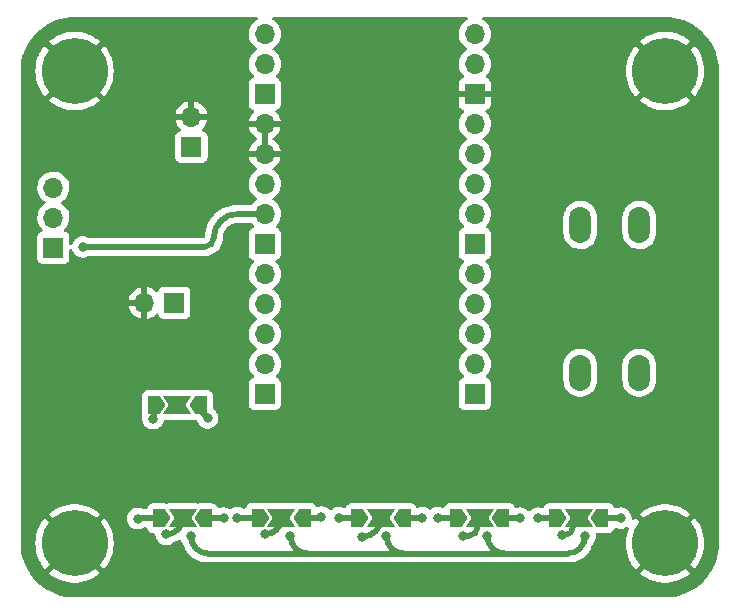
<source format=gbr>
%TF.GenerationSoftware,KiCad,Pcbnew,(6.0.9)*%
%TF.CreationDate,2022-11-23T22:08:25-07:00*%
%TF.ProjectId,AQM,41514d2e-6b69-4636-9164-5f7063625858,rev?*%
%TF.SameCoordinates,Original*%
%TF.FileFunction,Copper,L4,Bot*%
%TF.FilePolarity,Positive*%
%FSLAX46Y46*%
G04 Gerber Fmt 4.6, Leading zero omitted, Abs format (unit mm)*
G04 Created by KiCad (PCBNEW (6.0.9)) date 2022-11-23 22:08:25*
%MOMM*%
%LPD*%
G01*
G04 APERTURE LIST*
G04 Aperture macros list*
%AMFreePoly0*
4,1,6,1.000000,0.000000,0.500000,-0.750000,-0.500000,-0.750000,-0.500000,0.750000,0.500000,0.750000,1.000000,0.000000,1.000000,0.000000,$1*%
%AMFreePoly1*
4,1,7,0.700000,0.000000,1.200000,-0.750000,-1.200000,-0.750000,-0.700000,0.000000,-1.200000,0.750000,1.200000,0.750000,0.700000,0.000000,0.700000,0.000000,$1*%
G04 Aperture macros list end*
%TA.AperFunction,ComponentPad*%
%ADD10C,5.600000*%
%TD*%
%TA.AperFunction,ComponentPad*%
%ADD11O,1.700000X1.700000*%
%TD*%
%TA.AperFunction,ComponentPad*%
%ADD12R,1.700000X1.700000*%
%TD*%
%TA.AperFunction,ComponentPad*%
%ADD13O,1.850000X3.048000*%
%TD*%
%TA.AperFunction,SMDPad,CuDef*%
%ADD14FreePoly0,0.000000*%
%TD*%
%TA.AperFunction,SMDPad,CuDef*%
%ADD15FreePoly1,180.000000*%
%TD*%
%TA.AperFunction,SMDPad,CuDef*%
%ADD16FreePoly0,180.000000*%
%TD*%
%TA.AperFunction,SMDPad,CuDef*%
%ADD17FreePoly1,0.000000*%
%TD*%
%TA.AperFunction,ViaPad*%
%ADD18C,0.800000*%
%TD*%
%TA.AperFunction,Conductor*%
%ADD19C,0.500000*%
%TD*%
G04 APERTURE END LIST*
D10*
%TO.P,H3,1,1*%
%TO.N,GND*%
X168675000Y-132225000D03*
%TD*%
%TO.P,H4,1,1*%
%TO.N,GND*%
X118675000Y-132225000D03*
%TD*%
D11*
%TO.P,U1,26,D-*%
%TO.N,unconnected-(U1-Pad26)*%
X152565000Y-89079400D03*
%TO.P,U1,25,VBUS*%
%TO.N,VBUS*%
X152565000Y-91619400D03*
D12*
%TO.P,U1,24,GND*%
%TO.N,GND*%
X152565000Y-94159400D03*
D11*
%TO.P,U1,23,RST*%
%TO.N,unconnected-(U1-Pad23)*%
X152565000Y-96699400D03*
%TO.P,U1,22,3V3*%
%TO.N,+3V3*%
X152565000Y-99239400D03*
%TO.P,U1,21,A3*%
%TO.N,unconnected-(U1-Pad21)*%
X152565000Y-101779400D03*
%TO.P,U1,20,A2*%
%TO.N,unconnected-(U1-Pad20)*%
X152565000Y-104319400D03*
D12*
%TO.P,U1,19,A1*%
%TO.N,unconnected-(U1-Pad19)*%
X152565000Y-106859400D03*
D11*
%TO.P,U1,18,A0*%
%TO.N,unconnected-(U1-Pad18)*%
X152565000Y-109399400D03*
%TO.P,U1,17,SCLK*%
%TO.N,unconnected-(U1-Pad17)*%
X152565000Y-111939400D03*
%TO.P,U1,16,MISO*%
%TO.N,unconnected-(U1-Pad16)*%
X152565000Y-114479400D03*
%TO.P,U1,15,MOSI*%
%TO.N,unconnected-(U1-Pad15)*%
X152565000Y-117019400D03*
D12*
%TO.P,U1,14,D10*%
%TO.N,Net-(C5-Pad1)*%
X152565000Y-119559400D03*
%TO.P,U1,13,D9*%
%TO.N,Net-(U1-Pad13)*%
X134785000Y-119559400D03*
D11*
%TO.P,U1,12,D8*%
%TO.N,unconnected-(U1-Pad12)*%
X134785000Y-117019400D03*
%TO.P,U1,11,D7*%
%TO.N,unconnected-(U1-Pad11)*%
X134785000Y-114479400D03*
%TO.P,U1,10,D6*%
%TO.N,unconnected-(U1-Pad10)*%
X134785000Y-111939400D03*
%TO.P,U1,9,D5*%
%TO.N,unconnected-(U1-Pad9)*%
X134785000Y-109399400D03*
D12*
%TO.P,U1,8,D4*%
%TO.N,Net-(R6-Pad2)*%
X134785000Y-106859400D03*
D11*
%TO.P,U1,7,D3*%
%TO.N,Net-(U1-Pad7)*%
X134785000Y-104319400D03*
%TO.P,U1,6,D2*%
%TO.N,Net-(R1-Pad1)*%
X134785000Y-101779400D03*
%TO.P,U1,5,GND*%
%TO.N,GND*%
X134785000Y-99239400D03*
%TO.P,U1,4,GND*%
X134785000Y-96699400D03*
D12*
%TO.P,U1,3,RX*%
%TO.N,unconnected-(U1-Pad3)*%
X134785000Y-94159400D03*
D11*
%TO.P,U1,2,TX*%
%TO.N,unconnected-(U1-Pad2)*%
X134785000Y-91619400D03*
%TO.P,U1,1,D+*%
%TO.N,unconnected-(U1-Pad1)*%
X134785000Y-89079400D03*
%TD*%
%TO.P,J7,2,Pin_2*%
%TO.N,GND*%
X128577400Y-96125400D03*
D12*
%TO.P,J7,1,Pin_1*%
%TO.N,Net-(R1-Pad2)*%
X128577400Y-98665400D03*
%TD*%
D10*
%TO.P,H1,1,1*%
%TO.N,GND*%
X118675000Y-92225000D03*
%TD*%
%TO.P,H2,1,1*%
%TO.N,GND*%
X168675000Y-92225000D03*
%TD*%
D11*
%TO.P,J8,2,Pin_2*%
%TO.N,GND*%
X124585000Y-111850000D03*
D12*
%TO.P,J8,1,Pin_1*%
%TO.N,Net-(J8-Pad1)*%
X127125000Y-111850000D03*
%TD*%
D11*
%TO.P,J6,3,Pin_3*%
%TO.N,Net-(R8-Pad2)*%
X116885000Y-102095000D03*
%TO.P,J6,2,Pin_2*%
%TO.N,VBUS*%
X116885000Y-104635000D03*
D12*
%TO.P,J6,1,Pin_1*%
%TO.N,Net-(U1-Pad7)*%
X116885000Y-107175000D03*
%TD*%
D13*
%TO.P,SW1,2,2*%
%TO.N,+3V3*%
X161500000Y-105260000D03*
X161500000Y-117760000D03*
%TO.P,SW1,1,1*%
%TO.N,Net-(R3-Pad2)*%
X166500000Y-117760000D03*
X166500000Y-105260000D03*
%TD*%
D14*
%TO.P,JP3,3,B*%
%TO.N,VBUS*%
X125388600Y-120504000D03*
D15*
%TO.P,JP3,2,C*%
%TO.N,Net-(JP3-Pad2)*%
X127388600Y-120504000D03*
D16*
%TO.P,JP3,1,A*%
%TO.N,+3V3*%
X129388600Y-120504000D03*
%TD*%
%TO.P,JP6,3,B*%
%TO.N,VBUS*%
X154975000Y-130075000D03*
D17*
%TO.P,JP6,2,C*%
%TO.N,Net-(C13-Pad1)*%
X152975000Y-130075000D03*
D14*
%TO.P,JP6,1,A*%
%TO.N,+3V3*%
X150975000Y-130075000D03*
%TD*%
D16*
%TO.P,JP5,3,B*%
%TO.N,VBUS*%
X138175000Y-130050000D03*
D17*
%TO.P,JP5,2,C*%
%TO.N,Net-(C12-Pad1)*%
X136175000Y-130050000D03*
D14*
%TO.P,JP5,1,A*%
%TO.N,+3V3*%
X134175000Y-130050000D03*
%TD*%
D16*
%TO.P,JP4,3,B*%
%TO.N,VBUS*%
X129825000Y-130100000D03*
D17*
%TO.P,JP4,2,C*%
%TO.N,Net-(C11-Pad1)*%
X127825000Y-130100000D03*
D14*
%TO.P,JP4,1,A*%
%TO.N,+3V3*%
X125825000Y-130100000D03*
%TD*%
D16*
%TO.P,JP1,3,B*%
%TO.N,VBUS*%
X163375000Y-130075000D03*
D17*
%TO.P,JP1,2,C*%
%TO.N,Net-(C7-Pad1)*%
X161375000Y-130075000D03*
D14*
%TO.P,JP1,1,A*%
%TO.N,+3V3*%
X159375000Y-130075000D03*
%TD*%
D16*
%TO.P,JP2,3,B*%
%TO.N,VBUS*%
X146625000Y-130075000D03*
D17*
%TO.P,JP2,2,C*%
%TO.N,Net-(C10-Pad1)*%
X144625000Y-130075000D03*
D14*
%TO.P,JP2,1,A*%
%TO.N,+3V3*%
X142625000Y-130075000D03*
%TD*%
D18*
%TO.N,+3V3*%
X149425000Y-130050000D03*
X157925000Y-130075000D03*
X132475000Y-130050000D03*
X129948600Y-121596200D03*
X124025000Y-130125000D03*
X141050000Y-130050000D03*
%TO.N,VBUS*%
X139575000Y-130000000D03*
X131300000Y-130075000D03*
X156400000Y-130075000D03*
X148125000Y-130050000D03*
X125325800Y-121647000D03*
X164925000Y-130075000D03*
%TO.N,Net-(C7-Pad1)*%
X159971400Y-131502200D03*
%TO.N,Net-(C12-Pad1)*%
X134825400Y-131451400D03*
%TO.N,Net-(C10-Pad1)*%
X143055000Y-131654600D03*
%TO.N,Net-(C11-Pad1)*%
X126443400Y-131451400D03*
%TO.N,Net-(U1-Pad7)*%
X119375000Y-107125000D03*
%TO.N,Net-(C13-Pad1)*%
X151589400Y-131553000D03*
%TO.N,/I2C/I2C.SCL*%
X161901800Y-131603800D03*
X153621400Y-131603800D03*
X128526200Y-131603800D03*
X136959000Y-131603800D03*
X145087000Y-131603800D03*
%TD*%
D19*
%TO.N,+3V3*%
X150975000Y-130075000D02*
X149450000Y-130075000D01*
X142625000Y-130075000D02*
X141075000Y-130075000D01*
X134175000Y-130050000D02*
X132475000Y-130050000D01*
X129388600Y-121036200D02*
X129948600Y-121596200D01*
X159375000Y-130075000D02*
X157925000Y-130075000D01*
X125825000Y-130100000D02*
X124050000Y-130100000D01*
X129388600Y-120504000D02*
X129388600Y-121036200D01*
X149425000Y-130050000D02*
G75*
G03*
X149450000Y-130075000I25000J0D01*
G01*
X124025000Y-130125000D02*
G75*
G02*
X124050000Y-130100000I25000J0D01*
G01*
X141050000Y-130050000D02*
G75*
G03*
X141075000Y-130075000I25000J0D01*
G01*
%TO.N,VBUS*%
X129825000Y-130100000D02*
X131275000Y-130100000D01*
X146650000Y-130050000D02*
X148125000Y-130050000D01*
X163375000Y-130075000D02*
X164925000Y-130075000D01*
X125388600Y-120504000D02*
X125388600Y-121584200D01*
X125388600Y-121584200D02*
X125325800Y-121647000D01*
X138175000Y-130050000D02*
X139525000Y-130050000D01*
X154975000Y-130075000D02*
X156400000Y-130075000D01*
X131300000Y-130075000D02*
G75*
G02*
X131275000Y-130100000I-25000J0D01*
G01*
X139575000Y-130000000D02*
G75*
G02*
X139525000Y-130050000I-50000J0D01*
G01*
X146650000Y-130050000D02*
G75*
G03*
X146625000Y-130075000I0J-25000D01*
G01*
%TO.N,Net-(C7-Pad1)*%
X159971400Y-131502200D02*
X160225400Y-131502200D01*
X160885800Y-130841800D02*
G75*
G02*
X160225400Y-131502200I-660400J0D01*
G01*
%TO.N,Net-(C12-Pad1)*%
X136175000Y-130101800D02*
X136175000Y-130050000D01*
X136175000Y-130101800D02*
G75*
G02*
X134825400Y-131451400I-1349600J0D01*
G01*
%TO.N,Net-(C10-Pad1)*%
X144625000Y-130075000D02*
X144625000Y-130084600D01*
X143055000Y-131654600D02*
G75*
G03*
X144625000Y-130084600I0J1570000D01*
G01*
%TO.N,Net-(C11-Pad1)*%
X126443400Y-131451400D02*
X126473600Y-131451400D01*
X127825000Y-130100000D02*
G75*
G02*
X126473600Y-131451400I-1351400J0D01*
G01*
%TO.N,Net-(U1-Pad7)*%
X132480600Y-104319400D02*
X134785000Y-104319400D01*
X119375000Y-107125000D02*
X129675000Y-107125000D01*
X130475000Y-106325000D02*
G75*
G02*
X129675000Y-107125000I-800000J0D01*
G01*
X132480600Y-104319400D02*
G75*
G03*
X130475000Y-106325000I0J-2005600D01*
G01*
%TO.N,Net-(C13-Pad1)*%
X151589400Y-131553000D02*
X152097400Y-131553000D01*
X152808600Y-130841800D02*
G75*
G02*
X152097400Y-131553000I-711200J0D01*
G01*
%TO.N,/I2C/I2C.SCL*%
X129999400Y-133077000D02*
X138432200Y-133077000D01*
X160428600Y-133077000D02*
X155094600Y-133077000D01*
X146560200Y-133077000D02*
X138432200Y-133077000D01*
X155094600Y-133077000D02*
X146560200Y-133077000D01*
X136959000Y-131603800D02*
G75*
G03*
X138432200Y-133077000I1473200J0D01*
G01*
X145087000Y-131603800D02*
G75*
G03*
X146560200Y-133077000I1473200J0D01*
G01*
X129999400Y-133077000D02*
G75*
G02*
X128526200Y-131603800I0J1473200D01*
G01*
X160428600Y-133077000D02*
G75*
G03*
X161901800Y-131603800I0J1473200D01*
G01*
X153621400Y-131603800D02*
G75*
G03*
X155094600Y-133077000I1473200J0D01*
G01*
%TD*%
%TA.AperFunction,Conductor*%
%TO.N,GND*%
G36*
X134125494Y-87678502D02*
G01*
X134171987Y-87732158D01*
X134182091Y-87802432D01*
X134152597Y-87867012D01*
X134115558Y-87896260D01*
X134058607Y-87925907D01*
X134054474Y-87929010D01*
X134054471Y-87929012D01*
X134030247Y-87947200D01*
X133879965Y-88060035D01*
X133725629Y-88221538D01*
X133722715Y-88225810D01*
X133722714Y-88225811D01*
X133637556Y-88350649D01*
X133599743Y-88406080D01*
X133505688Y-88608705D01*
X133445989Y-88823970D01*
X133422251Y-89046095D01*
X133422548Y-89051248D01*
X133422548Y-89051251D01*
X133427879Y-89143702D01*
X133435110Y-89269115D01*
X133436247Y-89274161D01*
X133436248Y-89274167D01*
X133442449Y-89301681D01*
X133484222Y-89487039D01*
X133534317Y-89610408D01*
X133565900Y-89688188D01*
X133568266Y-89694016D01*
X133684987Y-89884488D01*
X133831250Y-90053338D01*
X134003126Y-90196032D01*
X134052463Y-90224862D01*
X134076445Y-90238876D01*
X134125169Y-90290514D01*
X134138240Y-90360297D01*
X134111509Y-90426069D01*
X134071055Y-90459427D01*
X134058607Y-90465907D01*
X134054474Y-90469010D01*
X134054471Y-90469012D01*
X133884100Y-90596930D01*
X133879965Y-90600035D01*
X133725629Y-90761538D01*
X133599743Y-90946080D01*
X133505688Y-91148705D01*
X133445989Y-91363970D01*
X133422251Y-91586095D01*
X133422548Y-91591248D01*
X133422548Y-91591251D01*
X133428011Y-91685990D01*
X133435110Y-91809115D01*
X133436247Y-91814161D01*
X133436248Y-91814167D01*
X133446681Y-91860461D01*
X133484222Y-92027039D01*
X133522461Y-92121211D01*
X133565344Y-92226819D01*
X133568266Y-92234016D01*
X133684987Y-92424488D01*
X133831250Y-92593338D01*
X133835230Y-92596642D01*
X133839981Y-92600587D01*
X133879616Y-92659490D01*
X133881113Y-92730471D01*
X133843997Y-92790993D01*
X133803725Y-92815512D01*
X133715095Y-92848738D01*
X133688295Y-92858785D01*
X133571739Y-92946139D01*
X133484385Y-93062695D01*
X133433255Y-93199084D01*
X133426500Y-93261266D01*
X133426500Y-95057534D01*
X133433255Y-95119716D01*
X133484385Y-95256105D01*
X133571739Y-95372661D01*
X133688295Y-95460015D01*
X133696704Y-95463167D01*
X133696705Y-95463168D01*
X133805960Y-95504126D01*
X133862725Y-95546767D01*
X133887425Y-95613329D01*
X133872218Y-95682678D01*
X133852825Y-95709159D01*
X133729590Y-95838117D01*
X133723104Y-95846127D01*
X133603098Y-96022049D01*
X133598000Y-96031023D01*
X133508338Y-96224183D01*
X133504775Y-96233870D01*
X133449389Y-96433583D01*
X133450912Y-96442007D01*
X133463292Y-96445400D01*
X136103344Y-96445400D01*
X136116875Y-96441427D01*
X136118180Y-96432347D01*
X136076214Y-96265275D01*
X136072894Y-96255524D01*
X135987972Y-96060214D01*
X135983105Y-96051139D01*
X135867426Y-95872326D01*
X135861136Y-95864157D01*
X135717293Y-95706077D01*
X135686241Y-95642231D01*
X135694635Y-95571733D01*
X135739812Y-95516964D01*
X135766256Y-95503295D01*
X135873297Y-95463167D01*
X135881705Y-95460015D01*
X135998261Y-95372661D01*
X136085615Y-95256105D01*
X136136745Y-95119716D01*
X136143500Y-95057534D01*
X136143500Y-93261266D01*
X136136745Y-93199084D01*
X136085615Y-93062695D01*
X135998261Y-92946139D01*
X135881705Y-92858785D01*
X135854905Y-92848738D01*
X135763203Y-92814360D01*
X135706439Y-92771718D01*
X135681739Y-92705156D01*
X135696947Y-92635808D01*
X135718493Y-92607127D01*
X135819435Y-92506537D01*
X135823096Y-92502889D01*
X135882594Y-92420089D01*
X135950435Y-92325677D01*
X135953453Y-92321477D01*
X135980565Y-92266621D01*
X136050136Y-92125853D01*
X136050137Y-92125851D01*
X136052430Y-92121211D01*
X136117370Y-91907469D01*
X136146529Y-91685990D01*
X136148156Y-91619400D01*
X136129852Y-91396761D01*
X136075431Y-91180102D01*
X135986354Y-90975240D01*
X135946906Y-90914262D01*
X135867822Y-90792017D01*
X135867820Y-90792014D01*
X135865014Y-90787677D01*
X135714670Y-90622451D01*
X135710619Y-90619252D01*
X135710615Y-90619248D01*
X135543414Y-90487200D01*
X135543410Y-90487198D01*
X135539359Y-90483998D01*
X135498053Y-90461196D01*
X135448084Y-90410764D01*
X135433312Y-90341321D01*
X135458428Y-90274916D01*
X135485780Y-90248309D01*
X135539127Y-90210257D01*
X135664860Y-90120573D01*
X135699375Y-90086179D01*
X135819435Y-89966537D01*
X135823096Y-89962889D01*
X135882594Y-89880089D01*
X135950435Y-89785677D01*
X135953453Y-89781477D01*
X135982359Y-89722991D01*
X136050136Y-89585853D01*
X136050137Y-89585851D01*
X136052430Y-89581211D01*
X136117370Y-89367469D01*
X136146529Y-89145990D01*
X136148156Y-89079400D01*
X136129852Y-88856761D01*
X136075431Y-88640102D01*
X135986354Y-88435240D01*
X135881929Y-88273823D01*
X135867822Y-88252017D01*
X135867820Y-88252014D01*
X135865014Y-88247677D01*
X135714670Y-88082451D01*
X135710619Y-88079252D01*
X135710615Y-88079248D01*
X135543414Y-87947200D01*
X135543410Y-87947198D01*
X135539359Y-87943998D01*
X135450253Y-87894809D01*
X135400282Y-87844376D01*
X135385510Y-87774933D01*
X135410626Y-87708528D01*
X135467657Y-87666243D01*
X135511146Y-87658500D01*
X151837373Y-87658500D01*
X151905494Y-87678502D01*
X151951987Y-87732158D01*
X151962091Y-87802432D01*
X151932597Y-87867012D01*
X151895558Y-87896260D01*
X151838607Y-87925907D01*
X151834474Y-87929010D01*
X151834471Y-87929012D01*
X151810247Y-87947200D01*
X151659965Y-88060035D01*
X151505629Y-88221538D01*
X151502715Y-88225810D01*
X151502714Y-88225811D01*
X151417556Y-88350649D01*
X151379743Y-88406080D01*
X151285688Y-88608705D01*
X151225989Y-88823970D01*
X151202251Y-89046095D01*
X151202548Y-89051248D01*
X151202548Y-89051251D01*
X151207879Y-89143702D01*
X151215110Y-89269115D01*
X151216247Y-89274161D01*
X151216248Y-89274167D01*
X151222449Y-89301681D01*
X151264222Y-89487039D01*
X151314317Y-89610408D01*
X151345900Y-89688188D01*
X151348266Y-89694016D01*
X151464987Y-89884488D01*
X151611250Y-90053338D01*
X151783126Y-90196032D01*
X151832463Y-90224862D01*
X151856445Y-90238876D01*
X151905169Y-90290514D01*
X151918240Y-90360297D01*
X151891509Y-90426069D01*
X151851055Y-90459427D01*
X151838607Y-90465907D01*
X151834474Y-90469010D01*
X151834471Y-90469012D01*
X151664100Y-90596930D01*
X151659965Y-90600035D01*
X151505629Y-90761538D01*
X151379743Y-90946080D01*
X151285688Y-91148705D01*
X151225989Y-91363970D01*
X151202251Y-91586095D01*
X151202548Y-91591248D01*
X151202548Y-91591251D01*
X151208011Y-91685990D01*
X151215110Y-91809115D01*
X151216247Y-91814161D01*
X151216248Y-91814167D01*
X151226681Y-91860461D01*
X151264222Y-92027039D01*
X151302461Y-92121211D01*
X151345344Y-92226819D01*
X151348266Y-92234016D01*
X151464987Y-92424488D01*
X151611250Y-92593338D01*
X151615225Y-92596638D01*
X151615231Y-92596644D01*
X151620425Y-92600956D01*
X151660059Y-92659860D01*
X151661555Y-92730841D01*
X151624439Y-92791362D01*
X151584168Y-92815880D01*
X151476946Y-92856076D01*
X151461351Y-92864614D01*
X151359276Y-92941115D01*
X151346715Y-92953676D01*
X151270214Y-93055751D01*
X151261676Y-93071346D01*
X151216522Y-93191794D01*
X151212895Y-93207049D01*
X151207369Y-93257914D01*
X151207000Y-93264728D01*
X151207000Y-93887285D01*
X151211475Y-93902524D01*
X151212865Y-93903729D01*
X151220548Y-93905400D01*
X153904884Y-93905400D01*
X153920123Y-93900925D01*
X153921328Y-93899535D01*
X153922999Y-93891852D01*
X153922999Y-93264731D01*
X153922629Y-93257910D01*
X153917105Y-93207048D01*
X153913479Y-93191796D01*
X153868324Y-93071346D01*
X153859786Y-93055751D01*
X153783285Y-92953676D01*
X153770724Y-92941115D01*
X153668649Y-92864614D01*
X153653054Y-92856076D01*
X153542813Y-92814748D01*
X153486049Y-92772106D01*
X153461349Y-92705545D01*
X153476557Y-92636196D01*
X153498104Y-92607515D01*
X153599430Y-92506544D01*
X153599440Y-92506532D01*
X153603096Y-92502889D01*
X153662594Y-92420089D01*
X153730435Y-92325677D01*
X153733453Y-92321477D01*
X153760565Y-92266621D01*
X153785172Y-92216832D01*
X165362333Y-92216832D01*
X165380117Y-92567893D01*
X165380827Y-92574649D01*
X165436420Y-92921723D01*
X165437859Y-92928378D01*
X165530608Y-93267410D01*
X165532757Y-93273871D01*
X165661581Y-93600912D01*
X165664412Y-93607095D01*
X165827803Y-93918310D01*
X165831286Y-93924152D01*
X166027330Y-94215896D01*
X166031433Y-94221340D01*
X166151425Y-94363836D01*
X166164164Y-94372279D01*
X166174608Y-94366181D01*
X168302980Y-92237810D01*
X168309357Y-92226131D01*
X169039408Y-92226131D01*
X169039539Y-92227966D01*
X169043790Y-92234580D01*
X171174009Y-94364798D01*
X171187605Y-94372223D01*
X171197218Y-94365522D01*
X171297518Y-94248912D01*
X171301676Y-94243514D01*
X171500762Y-93953840D01*
X171504310Y-93948029D01*
X171670942Y-93638559D01*
X171673849Y-93632381D01*
X171806090Y-93306713D01*
X171808304Y-93300283D01*
X171904598Y-92962237D01*
X171906105Y-92955607D01*
X171965332Y-92609118D01*
X171966112Y-92602378D01*
X171987668Y-92249925D01*
X171987784Y-92246323D01*
X171987853Y-92226819D01*
X171987761Y-92223194D01*
X171968666Y-91870615D01*
X171967931Y-91863849D01*
X171911130Y-91516985D01*
X171909663Y-91510313D01*
X171815736Y-91171627D01*
X171813562Y-91165163D01*
X171683598Y-90838578D01*
X171680742Y-90832398D01*
X171516269Y-90521763D01*
X171512769Y-90515937D01*
X171315697Y-90224862D01*
X171311590Y-90219453D01*
X171198565Y-90086179D01*
X171185740Y-90077743D01*
X171175416Y-90083795D01*
X169047020Y-92212190D01*
X169039408Y-92226131D01*
X168309357Y-92226131D01*
X168310592Y-92223869D01*
X168310461Y-92222034D01*
X168306210Y-92215420D01*
X166175992Y-90085203D01*
X166162455Y-90077811D01*
X166152753Y-90084599D01*
X166045430Y-90210257D01*
X166041296Y-90215664D01*
X165843215Y-90506041D01*
X165839697Y-90511851D01*
X165674134Y-90821922D01*
X165671259Y-90828087D01*
X165540155Y-91154218D01*
X165537962Y-91160658D01*
X165442846Y-91499044D01*
X165441363Y-91505679D01*
X165383350Y-91852354D01*
X165382591Y-91859126D01*
X165362357Y-92210037D01*
X165362333Y-92216832D01*
X153785172Y-92216832D01*
X153830136Y-92125853D01*
X153830137Y-92125851D01*
X153832430Y-92121211D01*
X153897370Y-91907469D01*
X153926529Y-91685990D01*
X153928156Y-91619400D01*
X153909852Y-91396761D01*
X153855431Y-91180102D01*
X153766354Y-90975240D01*
X153726906Y-90914262D01*
X153647822Y-90792017D01*
X153647820Y-90792014D01*
X153645014Y-90787677D01*
X153494670Y-90622451D01*
X153490619Y-90619252D01*
X153490615Y-90619248D01*
X153323414Y-90487200D01*
X153323410Y-90487198D01*
X153319359Y-90483998D01*
X153278053Y-90461196D01*
X153228084Y-90410764D01*
X153213312Y-90341321D01*
X153238428Y-90274916D01*
X153265780Y-90248309D01*
X153319127Y-90210257D01*
X153444860Y-90120573D01*
X153479375Y-90086179D01*
X153599435Y-89966537D01*
X153603096Y-89962889D01*
X153662594Y-89880089D01*
X153730435Y-89785677D01*
X153733453Y-89781477D01*
X153762359Y-89722991D01*
X153767859Y-89711862D01*
X166524950Y-89711862D01*
X166524986Y-89712704D01*
X166530037Y-89720826D01*
X168662190Y-91852980D01*
X168676131Y-91860592D01*
X168677966Y-91860461D01*
X168684580Y-91856210D01*
X170817798Y-89722991D01*
X170825412Y-89709047D01*
X170825344Y-89708089D01*
X170820836Y-89701272D01*
X170819418Y-89700065D01*
X170539813Y-89487064D01*
X170534187Y-89483240D01*
X170233214Y-89301681D01*
X170227202Y-89298484D01*
X169908370Y-89150487D01*
X169902070Y-89147967D01*
X169569129Y-89035273D01*
X169562551Y-89033437D01*
X169219417Y-88957367D01*
X169212678Y-88956251D01*
X168863310Y-88917680D01*
X168856529Y-88917301D01*
X168505015Y-88916687D01*
X168498242Y-88917042D01*
X168148720Y-88954395D01*
X168142010Y-88955482D01*
X167798586Y-89030361D01*
X167792011Y-89032172D01*
X167458683Y-89143702D01*
X167452361Y-89146205D01*
X167133034Y-89293079D01*
X167126991Y-89296265D01*
X166825401Y-89476763D01*
X166819755Y-89480571D01*
X166539408Y-89692596D01*
X166534211Y-89696987D01*
X166532972Y-89698155D01*
X166524950Y-89711862D01*
X153767859Y-89711862D01*
X153830136Y-89585853D01*
X153830137Y-89585851D01*
X153832430Y-89581211D01*
X153897370Y-89367469D01*
X153926529Y-89145990D01*
X153928156Y-89079400D01*
X153909852Y-88856761D01*
X153855431Y-88640102D01*
X153766354Y-88435240D01*
X153661929Y-88273823D01*
X153647822Y-88252017D01*
X153647820Y-88252014D01*
X153645014Y-88247677D01*
X153494670Y-88082451D01*
X153490619Y-88079252D01*
X153490615Y-88079248D01*
X153323414Y-87947200D01*
X153323410Y-87947198D01*
X153319359Y-87943998D01*
X153230253Y-87894809D01*
X153180282Y-87844376D01*
X153165510Y-87774933D01*
X153190626Y-87708528D01*
X153247657Y-87666243D01*
X153291146Y-87658500D01*
X168625633Y-87658500D01*
X168645018Y-87660000D01*
X168659851Y-87662310D01*
X168659855Y-87662310D01*
X168668724Y-87663691D01*
X168689183Y-87661016D01*
X168711008Y-87660072D01*
X169067502Y-87675637D01*
X169078451Y-87676595D01*
X169462510Y-87727157D01*
X169473336Y-87729066D01*
X169851528Y-87812910D01*
X169862145Y-87815755D01*
X169884353Y-87822757D01*
X170231592Y-87932241D01*
X170241906Y-87935994D01*
X170599819Y-88084246D01*
X170609754Y-88088879D01*
X170953378Y-88267759D01*
X170962887Y-88273249D01*
X171289592Y-88481383D01*
X171298596Y-88487687D01*
X171605931Y-88723513D01*
X171614348Y-88730577D01*
X171858603Y-88954395D01*
X171899947Y-88992280D01*
X171907716Y-89000049D01*
X172169421Y-89285649D01*
X172176484Y-89294066D01*
X172228872Y-89362339D01*
X172412313Y-89601404D01*
X172418617Y-89610408D01*
X172626751Y-89937113D01*
X172632241Y-89946622D01*
X172811121Y-90290246D01*
X172815754Y-90300181D01*
X172947915Y-90619248D01*
X172964003Y-90658087D01*
X172967759Y-90668408D01*
X173006733Y-90792017D01*
X173084245Y-91037855D01*
X173087090Y-91048472D01*
X173170934Y-91426664D01*
X173172843Y-91437490D01*
X173223405Y-91821549D01*
X173224363Y-91832498D01*
X173227853Y-91912423D01*
X173239603Y-92181552D01*
X173238223Y-92206429D01*
X173236309Y-92218724D01*
X173237473Y-92227626D01*
X173237473Y-92227628D01*
X173240436Y-92250283D01*
X173241500Y-92266621D01*
X173241500Y-132175633D01*
X173240000Y-132195018D01*
X173237690Y-132209851D01*
X173237690Y-132209855D01*
X173236309Y-132218724D01*
X173238984Y-132239183D01*
X173239928Y-132261008D01*
X173237551Y-132315442D01*
X173224363Y-132617501D01*
X173223405Y-132628451D01*
X173172843Y-133012510D01*
X173170934Y-133023336D01*
X173087090Y-133401528D01*
X173084245Y-133412145D01*
X173074261Y-133443810D01*
X172969961Y-133774611D01*
X172967762Y-133781584D01*
X172964006Y-133791906D01*
X172897806Y-133951728D01*
X172815758Y-134149810D01*
X172811121Y-134159754D01*
X172632241Y-134503378D01*
X172626751Y-134512887D01*
X172418617Y-134839592D01*
X172412313Y-134848596D01*
X172185165Y-135144622D01*
X172176487Y-135155931D01*
X172169423Y-135164348D01*
X171942871Y-135411587D01*
X171907720Y-135449947D01*
X171899951Y-135457716D01*
X171614351Y-135719421D01*
X171605931Y-135726487D01*
X171298596Y-135962313D01*
X171289592Y-135968617D01*
X170962887Y-136176751D01*
X170953378Y-136182241D01*
X170609754Y-136361121D01*
X170599819Y-136365754D01*
X170241906Y-136514006D01*
X170231592Y-136517759D01*
X170032119Y-136580653D01*
X169862145Y-136634245D01*
X169851528Y-136637090D01*
X169473336Y-136720934D01*
X169462510Y-136722843D01*
X169078451Y-136773405D01*
X169067502Y-136774363D01*
X168718446Y-136789603D01*
X168693571Y-136788223D01*
X168681276Y-136786309D01*
X168672374Y-136787473D01*
X168672372Y-136787473D01*
X168657323Y-136789441D01*
X168649714Y-136790436D01*
X168633379Y-136791500D01*
X118724367Y-136791500D01*
X118704982Y-136790000D01*
X118690149Y-136787690D01*
X118690145Y-136787690D01*
X118681276Y-136786309D01*
X118660817Y-136788984D01*
X118638992Y-136789928D01*
X118282498Y-136774363D01*
X118271549Y-136773405D01*
X117887490Y-136722843D01*
X117876664Y-136720934D01*
X117498472Y-136637090D01*
X117487855Y-136634245D01*
X117317881Y-136580653D01*
X117118408Y-136517759D01*
X117108094Y-136514006D01*
X116750181Y-136365754D01*
X116740246Y-136361121D01*
X116396622Y-136182241D01*
X116387113Y-136176751D01*
X116060408Y-135968617D01*
X116051404Y-135962313D01*
X115744069Y-135726487D01*
X115735649Y-135719421D01*
X115450049Y-135457716D01*
X115442280Y-135449947D01*
X115407130Y-135411587D01*
X115180577Y-135164348D01*
X115173513Y-135155931D01*
X115164836Y-135144622D01*
X114937687Y-134848596D01*
X114931383Y-134839592D01*
X114868816Y-134741381D01*
X116524160Y-134741381D01*
X116524237Y-134742470D01*
X116526698Y-134746206D01*
X116800632Y-134956404D01*
X116806262Y-134960259D01*
X117106591Y-135142862D01*
X117112593Y-135146080D01*
X117430897Y-135295184D01*
X117437202Y-135297732D01*
X117769743Y-135411587D01*
X117776313Y-135413446D01*
X118119183Y-135490714D01*
X118125912Y-135491853D01*
X118475143Y-135531643D01*
X118481933Y-135532046D01*
X118833419Y-135533886D01*
X118840220Y-135533554D01*
X119189853Y-135497423D01*
X119196581Y-135496357D01*
X119540274Y-135422676D01*
X119546822Y-135420897D01*
X119880549Y-135310527D01*
X119886891Y-135308041D01*
X120206718Y-135162288D01*
X120212777Y-135159121D01*
X120514995Y-134979676D01*
X120520659Y-134975884D01*
X120801732Y-134764849D01*
X120806958Y-134760464D01*
X120816613Y-134751428D01*
X120822540Y-134741381D01*
X166524160Y-134741381D01*
X166524237Y-134742470D01*
X166526698Y-134746206D01*
X166800632Y-134956404D01*
X166806262Y-134960259D01*
X167106591Y-135142862D01*
X167112593Y-135146080D01*
X167430897Y-135295184D01*
X167437202Y-135297732D01*
X167769743Y-135411587D01*
X167776313Y-135413446D01*
X168119183Y-135490714D01*
X168125912Y-135491853D01*
X168475143Y-135531643D01*
X168481933Y-135532046D01*
X168833419Y-135533886D01*
X168840220Y-135533554D01*
X169189853Y-135497423D01*
X169196581Y-135496357D01*
X169540274Y-135422676D01*
X169546822Y-135420897D01*
X169880549Y-135310527D01*
X169886891Y-135308041D01*
X170206718Y-135162288D01*
X170212777Y-135159121D01*
X170514995Y-134979676D01*
X170520659Y-134975884D01*
X170801732Y-134764849D01*
X170806958Y-134760464D01*
X170816613Y-134751428D01*
X170824682Y-134737750D01*
X170824654Y-134737024D01*
X170819512Y-134728723D01*
X168687810Y-132597020D01*
X168673869Y-132589408D01*
X168672034Y-132589539D01*
X168665420Y-132593790D01*
X166531774Y-134727437D01*
X166524160Y-134741381D01*
X120822540Y-134741381D01*
X120824682Y-134737750D01*
X120824654Y-134737024D01*
X120819512Y-134728723D01*
X118687810Y-132597020D01*
X118673869Y-132589408D01*
X118672034Y-132589539D01*
X118665420Y-132593790D01*
X116531774Y-134727437D01*
X116524160Y-134741381D01*
X114868816Y-134741381D01*
X114723249Y-134512887D01*
X114717759Y-134503378D01*
X114538879Y-134159754D01*
X114534242Y-134149810D01*
X114452195Y-133951728D01*
X114385994Y-133791906D01*
X114382238Y-133781584D01*
X114380040Y-133774611D01*
X114275739Y-133443810D01*
X114265755Y-133412145D01*
X114262910Y-133401528D01*
X114179066Y-133023336D01*
X114177157Y-133012510D01*
X114126595Y-132628451D01*
X114125637Y-132617501D01*
X114112449Y-132315442D01*
X114110561Y-132272206D01*
X114112188Y-132245805D01*
X114112769Y-132242352D01*
X114112770Y-132242345D01*
X114113576Y-132237552D01*
X114113729Y-132225000D01*
X114112559Y-132216832D01*
X115362333Y-132216832D01*
X115380117Y-132567893D01*
X115380827Y-132574649D01*
X115436420Y-132921723D01*
X115437859Y-132928378D01*
X115530608Y-133267410D01*
X115532757Y-133273871D01*
X115661581Y-133600912D01*
X115664412Y-133607095D01*
X115827803Y-133918310D01*
X115831286Y-133924152D01*
X116027330Y-134215896D01*
X116031433Y-134221340D01*
X116151425Y-134363836D01*
X116164164Y-134372279D01*
X116174608Y-134366181D01*
X118302980Y-132237810D01*
X118309357Y-132226131D01*
X119039408Y-132226131D01*
X119039539Y-132227966D01*
X119043790Y-132234580D01*
X121174009Y-134364798D01*
X121187605Y-134372223D01*
X121197218Y-134365522D01*
X121297518Y-134248912D01*
X121301676Y-134243514D01*
X121500762Y-133953840D01*
X121504310Y-133948029D01*
X121670942Y-133638559D01*
X121673849Y-133632381D01*
X121806090Y-133306713D01*
X121808304Y-133300283D01*
X121904598Y-132962237D01*
X121906105Y-132955607D01*
X121965332Y-132609118D01*
X121966112Y-132602378D01*
X121987668Y-132249925D01*
X121987784Y-132246323D01*
X121987853Y-132226819D01*
X121987761Y-132223194D01*
X121968666Y-131870615D01*
X121967931Y-131863849D01*
X121911130Y-131516985D01*
X121909663Y-131510313D01*
X121815736Y-131171627D01*
X121813562Y-131165163D01*
X121683598Y-130838578D01*
X121680742Y-130832398D01*
X121516269Y-130521763D01*
X121512769Y-130515937D01*
X121315697Y-130224862D01*
X121311590Y-130219453D01*
X121231488Y-130125000D01*
X123111496Y-130125000D01*
X123112186Y-130131565D01*
X123123138Y-130235763D01*
X123131458Y-130314928D01*
X123190473Y-130496556D01*
X123193776Y-130502278D01*
X123193777Y-130502279D01*
X123201663Y-130515937D01*
X123285960Y-130661944D01*
X123290378Y-130666851D01*
X123290379Y-130666852D01*
X123349713Y-130732749D01*
X123413747Y-130803866D01*
X123495237Y-130863072D01*
X123544689Y-130899001D01*
X123568248Y-130916118D01*
X123574276Y-130918802D01*
X123574278Y-130918803D01*
X123719591Y-130983500D01*
X123742712Y-130993794D01*
X123835002Y-131013411D01*
X123923056Y-131032128D01*
X123923061Y-131032128D01*
X123929513Y-131033500D01*
X124120487Y-131033500D01*
X124126939Y-131032128D01*
X124126944Y-131032128D01*
X124214998Y-131013411D01*
X124307288Y-130993794D01*
X124330409Y-130983500D01*
X124475722Y-130918803D01*
X124475724Y-130918802D01*
X124481752Y-130916118D01*
X124505312Y-130899001D01*
X124527935Y-130882564D01*
X124594803Y-130858706D01*
X124601996Y-130858500D01*
X124703206Y-130858500D01*
X124771327Y-130878502D01*
X124817820Y-130932158D01*
X124824102Y-130949001D01*
X124857696Y-131063411D01*
X124877705Y-131094545D01*
X124931878Y-131178841D01*
X124931880Y-131178844D01*
X124936750Y-131186421D01*
X124943560Y-131192322D01*
X125040445Y-131276274D01*
X125040448Y-131276276D01*
X125047257Y-131282176D01*
X125180266Y-131342919D01*
X125325000Y-131363729D01*
X125407230Y-131363729D01*
X125475351Y-131383731D01*
X125521844Y-131437387D01*
X125532540Y-131476558D01*
X125546604Y-131610365D01*
X125549858Y-131641328D01*
X125608873Y-131822956D01*
X125612176Y-131828678D01*
X125612177Y-131828679D01*
X125641507Y-131879479D01*
X125704360Y-131988344D01*
X125708775Y-131993247D01*
X125708779Y-131993252D01*
X125819553Y-132116279D01*
X125832147Y-132130266D01*
X125921270Y-132195018D01*
X125981030Y-132238436D01*
X125986648Y-132242518D01*
X125992676Y-132245202D01*
X125992678Y-132245203D01*
X126155081Y-132317509D01*
X126161112Y-132320194D01*
X126254513Y-132340047D01*
X126341456Y-132358528D01*
X126341461Y-132358528D01*
X126347913Y-132359900D01*
X126538887Y-132359900D01*
X126545339Y-132358528D01*
X126545344Y-132358528D01*
X126632287Y-132340047D01*
X126725688Y-132320194D01*
X126731719Y-132317509D01*
X126894122Y-132245203D01*
X126894124Y-132245202D01*
X126900152Y-132242518D01*
X126905494Y-132238637D01*
X127037536Y-132142703D01*
X127071095Y-132125326D01*
X127278856Y-132054800D01*
X127278858Y-132054799D01*
X127282756Y-132053476D01*
X127530316Y-131931393D01*
X127600257Y-131919203D01*
X127665686Y-131946762D01*
X127695162Y-131981399D01*
X127787160Y-132140744D01*
X127791578Y-132145651D01*
X127791579Y-132145652D01*
X127832960Y-132191610D01*
X127859619Y-132238436D01*
X127908910Y-132396618D01*
X128019716Y-132642818D01*
X128021685Y-132646075D01*
X128021687Y-132646079D01*
X128063871Y-132715859D01*
X128159390Y-132873867D01*
X128161742Y-132876869D01*
X128161744Y-132876872D01*
X128202096Y-132928378D01*
X128325895Y-133086396D01*
X128516804Y-133277305D01*
X128729333Y-133443810D01*
X128870996Y-133529448D01*
X128957121Y-133581513D01*
X128957125Y-133581515D01*
X128960382Y-133583484D01*
X129069026Y-133632381D01*
X129203106Y-133692726D01*
X129203112Y-133692728D01*
X129206582Y-133694290D01*
X129464343Y-133774611D01*
X129729907Y-133823278D01*
X129733701Y-133823507D01*
X129733705Y-133823508D01*
X129849490Y-133830512D01*
X129894580Y-133833239D01*
X129901670Y-133833991D01*
X129905010Y-133834808D01*
X129910609Y-133835155D01*
X129910613Y-133835156D01*
X129914225Y-133835380D01*
X129914235Y-133835380D01*
X129916164Y-133835500D01*
X129928156Y-133835500D01*
X129935762Y-133835730D01*
X129942252Y-133836122D01*
X129951730Y-133836696D01*
X129961650Y-133837692D01*
X129974135Y-133839446D01*
X129978087Y-133840001D01*
X129986652Y-133840121D01*
X129995439Y-133840244D01*
X129995445Y-133840244D01*
X129999400Y-133840299D01*
X130035187Y-133836285D01*
X130049231Y-133835500D01*
X138360956Y-133835500D01*
X138368562Y-133835730D01*
X138375052Y-133836122D01*
X138384530Y-133836696D01*
X138394450Y-133837692D01*
X138406935Y-133839446D01*
X138410887Y-133840001D01*
X138419452Y-133840121D01*
X138428239Y-133840244D01*
X138428245Y-133840244D01*
X138432200Y-133840299D01*
X138467987Y-133836285D01*
X138482031Y-133835500D01*
X146488956Y-133835500D01*
X146496562Y-133835730D01*
X146503052Y-133836122D01*
X146512530Y-133836696D01*
X146522450Y-133837692D01*
X146534935Y-133839446D01*
X146538887Y-133840001D01*
X146547452Y-133840121D01*
X146556239Y-133840244D01*
X146556245Y-133840244D01*
X146560200Y-133840299D01*
X146595987Y-133836285D01*
X146610031Y-133835500D01*
X155023356Y-133835500D01*
X155030962Y-133835730D01*
X155037452Y-133836122D01*
X155046930Y-133836696D01*
X155056850Y-133837692D01*
X155069335Y-133839446D01*
X155073287Y-133840001D01*
X155081852Y-133840121D01*
X155090639Y-133840244D01*
X155090645Y-133840244D01*
X155094600Y-133840299D01*
X155130387Y-133836285D01*
X155144431Y-133835500D01*
X160366449Y-133835500D01*
X160383982Y-133836726D01*
X160392976Y-133837990D01*
X160403379Y-133839452D01*
X160403382Y-133839452D01*
X160407287Y-133840001D01*
X160415636Y-133840118D01*
X160424639Y-133840244D01*
X160424645Y-133840244D01*
X160428600Y-133840299D01*
X160432533Y-133839858D01*
X160432549Y-133839857D01*
X160439331Y-133839096D01*
X160445769Y-133838540D01*
X160498016Y-133835380D01*
X160694296Y-133823508D01*
X160694301Y-133823507D01*
X160698093Y-133823278D01*
X160963657Y-133774611D01*
X161221418Y-133694290D01*
X161224888Y-133692728D01*
X161224894Y-133692726D01*
X161358974Y-133632381D01*
X161467618Y-133583484D01*
X161470875Y-133581515D01*
X161470879Y-133581513D01*
X161557004Y-133529448D01*
X161698667Y-133443810D01*
X161911196Y-133277305D01*
X162102105Y-133086396D01*
X162225904Y-132928378D01*
X162266256Y-132876872D01*
X162266258Y-132876869D01*
X162268610Y-132873867D01*
X162364129Y-132715859D01*
X162406313Y-132646079D01*
X162406315Y-132646075D01*
X162408284Y-132642818D01*
X162519090Y-132396618D01*
X162568381Y-132238436D01*
X162595040Y-132191610D01*
X162636421Y-132145652D01*
X162636422Y-132145651D01*
X162640840Y-132140744D01*
X162691224Y-132053476D01*
X162733023Y-131981079D01*
X162733024Y-131981078D01*
X162736327Y-131975356D01*
X162795342Y-131793728D01*
X162800022Y-131749206D01*
X162814614Y-131610365D01*
X162815304Y-131603800D01*
X162802071Y-131477898D01*
X162814843Y-131408061D01*
X162863345Y-131356215D01*
X162927381Y-131338729D01*
X163875000Y-131338729D01*
X163906986Y-131336441D01*
X163941373Y-131333982D01*
X163941374Y-131333982D01*
X163948111Y-131333500D01*
X164039737Y-131306596D01*
X164079765Y-131294843D01*
X164079767Y-131294842D01*
X164088411Y-131292304D01*
X164152255Y-131251274D01*
X164203841Y-131218122D01*
X164203844Y-131218120D01*
X164211421Y-131213250D01*
X164233084Y-131188250D01*
X164301274Y-131109555D01*
X164301276Y-131109552D01*
X164307176Y-131102743D01*
X164367919Y-130969734D01*
X164368646Y-130970066D01*
X164403048Y-130916530D01*
X164467628Y-130887035D01*
X164536813Y-130896645D01*
X164636255Y-130940919D01*
X164642712Y-130943794D01*
X164736113Y-130963647D01*
X164823056Y-130982128D01*
X164823061Y-130982128D01*
X164829513Y-130983500D01*
X165020487Y-130983500D01*
X165026939Y-130982128D01*
X165026944Y-130982128D01*
X165113887Y-130963647D01*
X165207288Y-130943794D01*
X165213321Y-130941108D01*
X165375722Y-130868803D01*
X165375724Y-130868802D01*
X165381752Y-130866118D01*
X165392238Y-130858500D01*
X165414777Y-130842124D01*
X165481645Y-130818265D01*
X165550796Y-130834346D01*
X165600277Y-130885260D01*
X165614376Y-130954843D01*
X165605745Y-130991056D01*
X165540157Y-131154211D01*
X165537962Y-131160658D01*
X165442846Y-131499044D01*
X165441363Y-131505679D01*
X165383350Y-131852354D01*
X165382591Y-131859126D01*
X165362357Y-132210037D01*
X165362333Y-132216832D01*
X165380117Y-132567893D01*
X165380827Y-132574649D01*
X165436420Y-132921723D01*
X165437859Y-132928378D01*
X165530608Y-133267410D01*
X165532757Y-133273871D01*
X165661581Y-133600912D01*
X165664412Y-133607095D01*
X165827803Y-133918310D01*
X165831286Y-133924152D01*
X166027330Y-134215896D01*
X166031433Y-134221340D01*
X166151425Y-134363836D01*
X166164164Y-134372279D01*
X166174608Y-134366181D01*
X168302980Y-132237810D01*
X168309357Y-132226131D01*
X169039408Y-132226131D01*
X169039539Y-132227966D01*
X169043790Y-132234580D01*
X171174009Y-134364798D01*
X171187605Y-134372223D01*
X171197218Y-134365522D01*
X171297518Y-134248912D01*
X171301676Y-134243514D01*
X171500762Y-133953840D01*
X171504310Y-133948029D01*
X171670942Y-133638559D01*
X171673849Y-133632381D01*
X171806090Y-133306713D01*
X171808304Y-133300283D01*
X171904598Y-132962237D01*
X171906105Y-132955607D01*
X171965332Y-132609118D01*
X171966112Y-132602378D01*
X171987668Y-132249925D01*
X171987784Y-132246323D01*
X171987853Y-132226819D01*
X171987761Y-132223194D01*
X171968666Y-131870615D01*
X171967931Y-131863849D01*
X171911130Y-131516985D01*
X171909663Y-131510313D01*
X171815736Y-131171627D01*
X171813562Y-131165163D01*
X171683598Y-130838578D01*
X171680742Y-130832398D01*
X171516269Y-130521763D01*
X171512769Y-130515937D01*
X171315697Y-130224862D01*
X171311590Y-130219453D01*
X171198565Y-130086179D01*
X171185740Y-130077743D01*
X171175416Y-130083795D01*
X169047020Y-132212190D01*
X169039408Y-132226131D01*
X168309357Y-132226131D01*
X168310592Y-132223869D01*
X168310461Y-132222034D01*
X168306210Y-132215420D01*
X166175992Y-130085203D01*
X166162455Y-130077811D01*
X166152753Y-130084599D01*
X166056792Y-130196954D01*
X165997341Y-130235763D01*
X165926346Y-130236269D01*
X165866348Y-130198313D01*
X165836395Y-130133944D01*
X165835671Y-130101952D01*
X165837580Y-130083795D01*
X165838504Y-130075000D01*
X165818542Y-129885072D01*
X165762262Y-129711862D01*
X166524950Y-129711862D01*
X166524986Y-129712704D01*
X166530037Y-129720826D01*
X168662190Y-131852980D01*
X168676131Y-131860592D01*
X168677966Y-131860461D01*
X168684580Y-131856210D01*
X170817798Y-129722991D01*
X170825412Y-129709047D01*
X170825344Y-129708089D01*
X170820836Y-129701272D01*
X170819418Y-129700065D01*
X170539813Y-129487064D01*
X170534187Y-129483240D01*
X170233214Y-129301681D01*
X170227202Y-129298484D01*
X169908370Y-129150487D01*
X169902070Y-129147967D01*
X169569129Y-129035273D01*
X169562551Y-129033437D01*
X169219417Y-128957367D01*
X169212678Y-128956251D01*
X168863310Y-128917680D01*
X168856529Y-128917301D01*
X168505015Y-128916687D01*
X168498242Y-128917042D01*
X168148720Y-128954395D01*
X168142010Y-128955482D01*
X167798586Y-129030361D01*
X167792011Y-129032172D01*
X167458683Y-129143702D01*
X167452361Y-129146205D01*
X167133034Y-129293079D01*
X167126991Y-129296265D01*
X166825401Y-129476763D01*
X166819755Y-129480571D01*
X166539408Y-129692596D01*
X166534211Y-129696987D01*
X166532972Y-129698155D01*
X166524950Y-129711862D01*
X165762262Y-129711862D01*
X165759527Y-129703444D01*
X165664040Y-129538056D01*
X165627396Y-129497358D01*
X165540675Y-129401045D01*
X165540674Y-129401044D01*
X165536253Y-129396134D01*
X165381752Y-129283882D01*
X165375724Y-129281198D01*
X165375722Y-129281197D01*
X165213319Y-129208891D01*
X165213318Y-129208891D01*
X165207288Y-129206206D01*
X165108797Y-129185271D01*
X165026944Y-129167872D01*
X165026939Y-129167872D01*
X165020487Y-129166500D01*
X164829513Y-129166500D01*
X164823061Y-129167872D01*
X164823056Y-129167872D01*
X164741203Y-129185271D01*
X164642712Y-129206206D01*
X164636682Y-129208891D01*
X164636681Y-129208891D01*
X164627055Y-129213177D01*
X164533174Y-129254975D01*
X164462809Y-129264409D01*
X164398512Y-129234303D01*
X164361031Y-129175367D01*
X164354138Y-129151893D01*
X164342304Y-129111589D01*
X164300960Y-129047257D01*
X164268122Y-128996159D01*
X164268120Y-128996156D01*
X164263250Y-128988579D01*
X164232288Y-128961750D01*
X164159555Y-128898726D01*
X164159552Y-128898724D01*
X164152743Y-128892824D01*
X164098001Y-128867824D01*
X164075823Y-128857696D01*
X164019734Y-128832081D01*
X164010561Y-128830762D01*
X163990829Y-128827925D01*
X163875000Y-128811271D01*
X162875000Y-128811271D01*
X162873036Y-128811395D01*
X162873032Y-128811395D01*
X162816920Y-128814934D01*
X162816916Y-128814935D01*
X162810443Y-128815343D01*
X162804189Y-128817066D01*
X162804188Y-128817066D01*
X162801524Y-128817800D01*
X162764768Y-128827925D01*
X162713376Y-128831167D01*
X162575000Y-128811271D01*
X160175000Y-128811271D01*
X160172487Y-128811472D01*
X160172486Y-128811472D01*
X160100353Y-128817240D01*
X160100350Y-128817241D01*
X160093355Y-128817800D01*
X160086657Y-128819890D01*
X160086655Y-128819890D01*
X160066019Y-128826328D01*
X160010562Y-128830762D01*
X159934945Y-128819890D01*
X159875000Y-128811271D01*
X158875000Y-128811271D01*
X158861424Y-128812242D01*
X158808627Y-128816018D01*
X158808626Y-128816018D01*
X158801889Y-128816500D01*
X158734133Y-128836395D01*
X158670235Y-128855157D01*
X158670233Y-128855158D01*
X158661589Y-128857696D01*
X158645830Y-128867824D01*
X158546159Y-128931878D01*
X158546156Y-128931880D01*
X158538579Y-128936750D01*
X158532678Y-128943560D01*
X158448726Y-129040445D01*
X158448724Y-129040448D01*
X158442824Y-129047257D01*
X158439080Y-129055454D01*
X158439080Y-129055455D01*
X158394548Y-129152967D01*
X158348055Y-129206623D01*
X158279934Y-129226625D01*
X158228688Y-129215733D01*
X158213323Y-129208892D01*
X158213315Y-129208889D01*
X158207288Y-129206206D01*
X158108797Y-129185271D01*
X158026944Y-129167872D01*
X158026939Y-129167872D01*
X158020487Y-129166500D01*
X157829513Y-129166500D01*
X157823061Y-129167872D01*
X157823056Y-129167872D01*
X157741203Y-129185271D01*
X157642712Y-129206206D01*
X157636682Y-129208891D01*
X157636681Y-129208891D01*
X157474278Y-129281197D01*
X157474276Y-129281198D01*
X157468248Y-129283882D01*
X157313747Y-129396134D01*
X157256134Y-129460120D01*
X157195691Y-129497358D01*
X157124707Y-129496007D01*
X157068866Y-129460120D01*
X157011253Y-129396134D01*
X156856752Y-129283882D01*
X156850724Y-129281198D01*
X156850722Y-129281197D01*
X156688319Y-129208891D01*
X156688318Y-129208891D01*
X156682288Y-129206206D01*
X156583797Y-129185271D01*
X156501944Y-129167872D01*
X156501939Y-129167872D01*
X156495487Y-129166500D01*
X156304513Y-129166500D01*
X156298061Y-129167872D01*
X156298056Y-129167872D01*
X156182174Y-129192504D01*
X156117712Y-129206206D01*
X156111676Y-129208893D01*
X156106445Y-129210593D01*
X156035477Y-129212621D01*
X155974679Y-129175959D01*
X155946612Y-129126260D01*
X155942304Y-129111589D01*
X155900960Y-129047257D01*
X155868122Y-128996159D01*
X155868120Y-128996156D01*
X155863250Y-128988579D01*
X155832288Y-128961750D01*
X155759555Y-128898726D01*
X155759552Y-128898724D01*
X155752743Y-128892824D01*
X155698001Y-128867824D01*
X155675823Y-128857696D01*
X155619734Y-128832081D01*
X155610561Y-128830762D01*
X155590829Y-128827925D01*
X155475000Y-128811271D01*
X154475000Y-128811271D01*
X154473036Y-128811395D01*
X154473032Y-128811395D01*
X154416920Y-128814934D01*
X154416916Y-128814935D01*
X154410443Y-128815343D01*
X154404189Y-128817066D01*
X154404188Y-128817066D01*
X154401524Y-128817800D01*
X154364768Y-128827925D01*
X154313376Y-128831167D01*
X154175000Y-128811271D01*
X151775000Y-128811271D01*
X151772487Y-128811472D01*
X151772486Y-128811472D01*
X151700353Y-128817240D01*
X151700350Y-128817241D01*
X151693355Y-128817800D01*
X151686657Y-128819890D01*
X151686655Y-128819890D01*
X151666019Y-128826328D01*
X151610562Y-128830762D01*
X151534945Y-128819890D01*
X151475000Y-128811271D01*
X150475000Y-128811271D01*
X150461424Y-128812242D01*
X150408627Y-128816018D01*
X150408626Y-128816018D01*
X150401889Y-128816500D01*
X150334133Y-128836395D01*
X150270235Y-128855157D01*
X150270233Y-128855158D01*
X150261589Y-128857696D01*
X150245830Y-128867824D01*
X150146159Y-128931878D01*
X150146156Y-128931880D01*
X150138579Y-128936750D01*
X150132678Y-128943560D01*
X150048726Y-129040445D01*
X150048724Y-129040448D01*
X150042824Y-129047257D01*
X149994381Y-129153334D01*
X149987139Y-129169191D01*
X149940646Y-129222847D01*
X149872525Y-129242849D01*
X149821277Y-129231956D01*
X149713323Y-129183892D01*
X149713315Y-129183889D01*
X149707288Y-129181206D01*
X149585251Y-129155266D01*
X149526944Y-129142872D01*
X149526939Y-129142872D01*
X149520487Y-129141500D01*
X149329513Y-129141500D01*
X149323061Y-129142872D01*
X149323056Y-129142872D01*
X149264749Y-129155266D01*
X149142712Y-129181206D01*
X149136682Y-129183891D01*
X149136681Y-129183891D01*
X148974278Y-129256197D01*
X148974276Y-129256198D01*
X148968248Y-129258882D01*
X148962907Y-129262762D01*
X148962906Y-129262763D01*
X148930377Y-129286397D01*
X148861519Y-129336426D01*
X148849061Y-129345477D01*
X148782194Y-129369335D01*
X148713042Y-129353255D01*
X148700939Y-129345477D01*
X148688482Y-129336426D01*
X148619623Y-129286397D01*
X148587094Y-129262763D01*
X148587093Y-129262762D01*
X148581752Y-129258882D01*
X148575724Y-129256198D01*
X148575722Y-129256197D01*
X148413319Y-129183891D01*
X148413318Y-129183891D01*
X148407288Y-129181206D01*
X148285251Y-129155266D01*
X148226944Y-129142872D01*
X148226939Y-129142872D01*
X148220487Y-129141500D01*
X148029513Y-129141500D01*
X148023061Y-129142872D01*
X148023056Y-129142872D01*
X147964749Y-129155266D01*
X147842712Y-129181206D01*
X147836685Y-129183889D01*
X147836677Y-129183892D01*
X147770902Y-129213177D01*
X147700535Y-129222611D01*
X147636238Y-129192504D01*
X147598758Y-129133570D01*
X147594842Y-129120233D01*
X147594841Y-129120230D01*
X147592304Y-129111589D01*
X147550960Y-129047257D01*
X147518122Y-128996159D01*
X147518120Y-128996156D01*
X147513250Y-128988579D01*
X147482288Y-128961750D01*
X147409555Y-128898726D01*
X147409552Y-128898724D01*
X147402743Y-128892824D01*
X147348001Y-128867824D01*
X147325823Y-128857696D01*
X147269734Y-128832081D01*
X147260561Y-128830762D01*
X147240829Y-128827925D01*
X147125000Y-128811271D01*
X146125000Y-128811271D01*
X146123036Y-128811395D01*
X146123032Y-128811395D01*
X146066920Y-128814934D01*
X146066916Y-128814935D01*
X146060443Y-128815343D01*
X146054189Y-128817066D01*
X146054188Y-128817066D01*
X146051524Y-128817800D01*
X146014768Y-128827925D01*
X145963376Y-128831167D01*
X145825000Y-128811271D01*
X143425000Y-128811271D01*
X143422487Y-128811472D01*
X143422486Y-128811472D01*
X143350353Y-128817240D01*
X143350350Y-128817241D01*
X143343355Y-128817800D01*
X143336657Y-128819890D01*
X143336655Y-128819890D01*
X143316019Y-128826328D01*
X143260562Y-128830762D01*
X143184945Y-128819890D01*
X143125000Y-128811271D01*
X142125000Y-128811271D01*
X142111424Y-128812242D01*
X142058627Y-128816018D01*
X142058626Y-128816018D01*
X142051889Y-128816500D01*
X141984133Y-128836395D01*
X141920235Y-128855157D01*
X141920233Y-128855158D01*
X141911589Y-128857696D01*
X141895830Y-128867824D01*
X141796159Y-128931878D01*
X141796156Y-128931880D01*
X141788579Y-128936750D01*
X141782678Y-128943560D01*
X141698726Y-129040445D01*
X141698724Y-129040448D01*
X141692824Y-129047257D01*
X141689080Y-129055454D01*
X141689080Y-129055455D01*
X141632914Y-129178441D01*
X141586421Y-129232097D01*
X141518300Y-129252099D01*
X141467051Y-129241206D01*
X141338319Y-129183891D01*
X141338318Y-129183891D01*
X141332288Y-129181206D01*
X141210251Y-129155266D01*
X141151944Y-129142872D01*
X141151939Y-129142872D01*
X141145487Y-129141500D01*
X140954513Y-129141500D01*
X140948061Y-129142872D01*
X140948056Y-129142872D01*
X140889749Y-129155266D01*
X140767712Y-129181206D01*
X140761682Y-129183891D01*
X140761681Y-129183891D01*
X140599278Y-129256197D01*
X140599276Y-129256198D01*
X140593248Y-129258882D01*
X140587907Y-129262762D01*
X140587906Y-129262763D01*
X140555377Y-129286397D01*
X140438747Y-129371134D01*
X140428644Y-129382355D01*
X140368199Y-129419592D01*
X140297215Y-129418240D01*
X140241376Y-129382354D01*
X140186253Y-129321134D01*
X140066741Y-129234303D01*
X140037094Y-129212763D01*
X140037093Y-129212762D01*
X140031752Y-129208882D01*
X140025724Y-129206198D01*
X140025722Y-129206197D01*
X139863319Y-129133891D01*
X139863318Y-129133891D01*
X139857288Y-129131206D01*
X139763888Y-129111353D01*
X139676944Y-129092872D01*
X139676939Y-129092872D01*
X139670487Y-129091500D01*
X139479513Y-129091500D01*
X139473061Y-129092872D01*
X139473056Y-129092872D01*
X139386112Y-129111353D01*
X139292712Y-129131206D01*
X139286681Y-129133891D01*
X139284798Y-129134503D01*
X139213830Y-129136531D01*
X139153032Y-129099868D01*
X139139863Y-129082791D01*
X139133093Y-129072257D01*
X139063250Y-128963579D01*
X139026665Y-128931878D01*
X138959555Y-128873726D01*
X138959552Y-128873724D01*
X138952743Y-128867824D01*
X138819734Y-128807081D01*
X138810561Y-128805762D01*
X138790829Y-128802925D01*
X138675000Y-128786271D01*
X137675000Y-128786271D01*
X137673036Y-128786395D01*
X137673032Y-128786395D01*
X137616920Y-128789934D01*
X137616916Y-128789935D01*
X137610443Y-128790343D01*
X137604189Y-128792066D01*
X137604188Y-128792066D01*
X137601524Y-128792800D01*
X137564768Y-128802925D01*
X137513376Y-128806167D01*
X137375000Y-128786271D01*
X134975000Y-128786271D01*
X134972487Y-128786472D01*
X134972486Y-128786472D01*
X134900353Y-128792240D01*
X134900350Y-128792241D01*
X134893355Y-128792800D01*
X134886657Y-128794890D01*
X134886655Y-128794890D01*
X134866019Y-128801328D01*
X134810562Y-128805762D01*
X134734945Y-128794890D01*
X134675000Y-128786271D01*
X133675000Y-128786271D01*
X133666024Y-128786913D01*
X133608627Y-128791018D01*
X133608626Y-128791018D01*
X133601889Y-128791500D01*
X133534133Y-128811395D01*
X133470235Y-128830157D01*
X133470233Y-128830158D01*
X133461589Y-128832696D01*
X133445867Y-128842800D01*
X133346159Y-128906878D01*
X133346156Y-128906880D01*
X133338579Y-128911750D01*
X133332678Y-128918560D01*
X133248726Y-129015445D01*
X133248724Y-129015448D01*
X133242824Y-129022257D01*
X133182081Y-129155266D01*
X133180798Y-129164189D01*
X133178031Y-129183433D01*
X133148537Y-129248014D01*
X133088811Y-129286397D01*
X133053314Y-129291500D01*
X133017587Y-129291500D01*
X132943528Y-129267437D01*
X132937098Y-129262765D01*
X132937091Y-129262761D01*
X132931752Y-129258882D01*
X132925724Y-129256198D01*
X132925722Y-129256197D01*
X132763319Y-129183891D01*
X132763318Y-129183891D01*
X132757288Y-129181206D01*
X132635251Y-129155266D01*
X132576944Y-129142872D01*
X132576939Y-129142872D01*
X132570487Y-129141500D01*
X132379513Y-129141500D01*
X132373061Y-129142872D01*
X132373056Y-129142872D01*
X132314749Y-129155266D01*
X132192712Y-129181206D01*
X132186682Y-129183891D01*
X132186681Y-129183891D01*
X132024278Y-129256197D01*
X132024276Y-129256198D01*
X132018248Y-129258882D01*
X132012907Y-129262762D01*
X132012906Y-129262763D01*
X132009103Y-129265526D01*
X131944355Y-129312568D01*
X131877489Y-129336426D01*
X131808337Y-129320346D01*
X131796233Y-129312567D01*
X131773796Y-129296265D01*
X131756752Y-129283882D01*
X131750724Y-129281198D01*
X131750722Y-129281197D01*
X131588319Y-129208891D01*
X131588318Y-129208891D01*
X131582288Y-129206206D01*
X131483797Y-129185271D01*
X131401944Y-129167872D01*
X131401939Y-129167872D01*
X131395487Y-129166500D01*
X131204513Y-129166500D01*
X131198061Y-129167872D01*
X131198056Y-129167872D01*
X131116203Y-129185271D01*
X131017712Y-129206206D01*
X131011682Y-129208891D01*
X131011681Y-129208891D01*
X131002055Y-129213177D01*
X130968011Y-129228334D01*
X130897645Y-129237768D01*
X130833348Y-129207662D01*
X130798800Y-129153334D01*
X130798586Y-129153432D01*
X130797883Y-129151893D01*
X130795866Y-129148721D01*
X130795381Y-129147068D01*
X130792304Y-129136589D01*
X130750960Y-129072257D01*
X130718122Y-129021159D01*
X130718120Y-129021156D01*
X130713250Y-129013579D01*
X130684399Y-128988579D01*
X130609555Y-128923726D01*
X130609552Y-128923724D01*
X130602743Y-128917824D01*
X130548001Y-128892824D01*
X130525823Y-128882696D01*
X130469734Y-128857081D01*
X130460561Y-128855762D01*
X130440829Y-128852925D01*
X130325000Y-128836271D01*
X129325000Y-128836271D01*
X129323036Y-128836395D01*
X129323032Y-128836395D01*
X129266920Y-128839934D01*
X129266916Y-128839935D01*
X129260443Y-128840343D01*
X129254189Y-128842066D01*
X129254188Y-128842066D01*
X129251524Y-128842800D01*
X129214768Y-128852925D01*
X129163376Y-128856167D01*
X129025000Y-128836271D01*
X126625000Y-128836271D01*
X126622487Y-128836472D01*
X126622486Y-128836472D01*
X126550353Y-128842240D01*
X126550350Y-128842241D01*
X126543355Y-128842800D01*
X126536657Y-128844890D01*
X126536655Y-128844890D01*
X126516019Y-128851328D01*
X126460562Y-128855762D01*
X126384945Y-128844890D01*
X126325000Y-128836271D01*
X125325000Y-128836271D01*
X125311424Y-128837242D01*
X125258627Y-128841018D01*
X125258626Y-128841018D01*
X125251889Y-128841500D01*
X125181300Y-128862227D01*
X125120235Y-128880157D01*
X125120233Y-128880158D01*
X125111589Y-128882696D01*
X125095830Y-128892824D01*
X124996159Y-128956878D01*
X124996156Y-128956880D01*
X124988579Y-128961750D01*
X124982678Y-128968560D01*
X124898726Y-129065445D01*
X124898724Y-129065448D01*
X124892824Y-129072257D01*
X124889080Y-129080454D01*
X124889080Y-129080455D01*
X124870914Y-129120233D01*
X124832081Y-129205266D01*
X124830798Y-129214189D01*
X124828031Y-129233433D01*
X124798537Y-129298014D01*
X124738811Y-129336397D01*
X124703314Y-129341500D01*
X124525645Y-129341500D01*
X124474396Y-129330607D01*
X124313319Y-129258891D01*
X124313318Y-129258891D01*
X124307288Y-129256206D01*
X124193865Y-129232097D01*
X124126944Y-129217872D01*
X124126939Y-129217872D01*
X124120487Y-129216500D01*
X123929513Y-129216500D01*
X123923061Y-129217872D01*
X123923056Y-129217872D01*
X123856135Y-129232097D01*
X123742712Y-129256206D01*
X123736682Y-129258891D01*
X123736681Y-129258891D01*
X123574278Y-129331197D01*
X123574276Y-129331198D01*
X123568248Y-129333882D01*
X123413747Y-129446134D01*
X123409326Y-129451044D01*
X123409325Y-129451045D01*
X123325832Y-129543774D01*
X123285960Y-129588056D01*
X123190473Y-129753444D01*
X123131458Y-129935072D01*
X123111496Y-130125000D01*
X121231488Y-130125000D01*
X121198565Y-130086179D01*
X121185740Y-130077743D01*
X121175416Y-130083795D01*
X119047020Y-132212190D01*
X119039408Y-132226131D01*
X118309357Y-132226131D01*
X118310592Y-132223869D01*
X118310461Y-132222034D01*
X118306210Y-132215420D01*
X116175992Y-130085203D01*
X116162455Y-130077811D01*
X116152753Y-130084599D01*
X116045430Y-130210257D01*
X116041296Y-130215664D01*
X115843215Y-130506041D01*
X115839697Y-130511851D01*
X115674134Y-130821922D01*
X115671259Y-130828087D01*
X115540155Y-131154218D01*
X115537962Y-131160658D01*
X115442846Y-131499044D01*
X115441363Y-131505679D01*
X115383350Y-131852354D01*
X115382591Y-131859126D01*
X115362357Y-132210037D01*
X115362333Y-132216832D01*
X114112559Y-132216832D01*
X114109773Y-132197376D01*
X114108500Y-132179514D01*
X114108500Y-129711862D01*
X116524950Y-129711862D01*
X116524986Y-129712704D01*
X116530037Y-129720826D01*
X118662190Y-131852980D01*
X118676131Y-131860592D01*
X118677966Y-131860461D01*
X118684580Y-131856210D01*
X120817798Y-129722991D01*
X120825412Y-129709047D01*
X120825344Y-129708089D01*
X120820836Y-129701272D01*
X120819418Y-129700065D01*
X120539813Y-129487064D01*
X120534187Y-129483240D01*
X120233214Y-129301681D01*
X120227202Y-129298484D01*
X119908370Y-129150487D01*
X119902070Y-129147967D01*
X119569129Y-129035273D01*
X119562551Y-129033437D01*
X119219417Y-128957367D01*
X119212678Y-128956251D01*
X118863310Y-128917680D01*
X118856529Y-128917301D01*
X118505015Y-128916687D01*
X118498242Y-128917042D01*
X118148720Y-128954395D01*
X118142010Y-128955482D01*
X117798586Y-129030361D01*
X117792011Y-129032172D01*
X117458683Y-129143702D01*
X117452361Y-129146205D01*
X117133034Y-129293079D01*
X117126991Y-129296265D01*
X116825401Y-129476763D01*
X116819755Y-129480571D01*
X116539408Y-129692596D01*
X116534211Y-129696987D01*
X116532972Y-129698155D01*
X116524950Y-129711862D01*
X114108500Y-129711862D01*
X114108500Y-121254000D01*
X124374871Y-121254000D01*
X124380100Y-121327111D01*
X124403344Y-121406272D01*
X124421296Y-121467411D01*
X124418108Y-121468347D01*
X124425991Y-121516695D01*
X124412296Y-121647000D01*
X124412986Y-121653565D01*
X124427579Y-121792406D01*
X124432258Y-121836928D01*
X124491273Y-122018556D01*
X124586760Y-122183944D01*
X124591178Y-122188851D01*
X124591179Y-122188852D01*
X124672303Y-122278949D01*
X124714547Y-122325866D01*
X124869048Y-122438118D01*
X124875076Y-122440802D01*
X124875078Y-122440803D01*
X125018594Y-122504700D01*
X125043512Y-122515794D01*
X125136913Y-122535647D01*
X125223856Y-122554128D01*
X125223861Y-122554128D01*
X125230313Y-122555500D01*
X125421287Y-122555500D01*
X125427739Y-122554128D01*
X125427744Y-122554128D01*
X125514687Y-122535647D01*
X125608088Y-122515794D01*
X125633006Y-122504700D01*
X125776522Y-122440803D01*
X125776524Y-122440802D01*
X125782552Y-122438118D01*
X125937053Y-122325866D01*
X125979297Y-122278949D01*
X126060421Y-122188852D01*
X126060422Y-122188851D01*
X126064840Y-122183944D01*
X126160327Y-122018556D01*
X126213537Y-121854792D01*
X126253611Y-121796187D01*
X126319007Y-121768550D01*
X126333370Y-121767729D01*
X128588600Y-121767729D01*
X128591114Y-121767528D01*
X128663247Y-121761760D01*
X128663250Y-121761759D01*
X128670245Y-121761200D01*
X128676943Y-121759110D01*
X128676945Y-121759110D01*
X128697581Y-121752672D01*
X128753038Y-121748238D01*
X128810814Y-121756545D01*
X128888600Y-121767729D01*
X128957536Y-121767729D01*
X129025657Y-121787731D01*
X129072150Y-121841387D01*
X129077368Y-121854790D01*
X129114073Y-121967756D01*
X129209560Y-122133144D01*
X129213978Y-122138051D01*
X129213979Y-122138052D01*
X129332925Y-122270155D01*
X129337347Y-122275066D01*
X129491848Y-122387318D01*
X129497876Y-122390002D01*
X129497878Y-122390003D01*
X129660281Y-122462309D01*
X129666312Y-122464994D01*
X129759712Y-122484847D01*
X129846656Y-122503328D01*
X129846661Y-122503328D01*
X129853113Y-122504700D01*
X130044087Y-122504700D01*
X130050539Y-122503328D01*
X130050544Y-122503328D01*
X130137488Y-122484847D01*
X130230888Y-122464994D01*
X130236919Y-122462309D01*
X130399322Y-122390003D01*
X130399324Y-122390002D01*
X130405352Y-122387318D01*
X130559853Y-122275066D01*
X130564275Y-122270155D01*
X130683221Y-122138052D01*
X130683222Y-122138051D01*
X130687640Y-122133144D01*
X130783127Y-121967756D01*
X130842142Y-121786128D01*
X130845659Y-121752672D01*
X130861414Y-121602765D01*
X130862104Y-121596200D01*
X130842142Y-121406272D01*
X130783127Y-121224644D01*
X130687640Y-121059256D01*
X130559853Y-120917334D01*
X130454267Y-120840621D01*
X130410914Y-120784400D01*
X130402329Y-120738686D01*
X130402329Y-119754000D01*
X130397100Y-119680889D01*
X130360748Y-119557085D01*
X130358443Y-119549235D01*
X130358442Y-119549233D01*
X130355904Y-119540589D01*
X130314560Y-119476257D01*
X130281722Y-119425159D01*
X130281720Y-119425156D01*
X130276850Y-119417579D01*
X130264834Y-119407167D01*
X130173155Y-119327726D01*
X130173152Y-119327724D01*
X130166343Y-119321824D01*
X130033334Y-119261081D01*
X130024161Y-119259762D01*
X130004429Y-119256925D01*
X129888600Y-119240271D01*
X128888600Y-119240271D01*
X128886636Y-119240395D01*
X128886632Y-119240395D01*
X128830520Y-119243934D01*
X128830516Y-119243935D01*
X128824043Y-119244343D01*
X128817789Y-119246066D01*
X128817788Y-119246066D01*
X128815124Y-119246800D01*
X128778368Y-119256925D01*
X128726976Y-119260167D01*
X128588600Y-119240271D01*
X126188600Y-119240271D01*
X126186087Y-119240472D01*
X126186086Y-119240472D01*
X126113953Y-119246240D01*
X126113950Y-119246241D01*
X126106955Y-119246800D01*
X126100257Y-119248890D01*
X126100255Y-119248890D01*
X126079619Y-119255328D01*
X126024162Y-119259762D01*
X125948545Y-119248890D01*
X125888600Y-119240271D01*
X124888600Y-119240271D01*
X124879624Y-119240913D01*
X124822227Y-119245018D01*
X124822226Y-119245018D01*
X124815489Y-119245500D01*
X124744900Y-119266227D01*
X124683835Y-119284157D01*
X124683833Y-119284158D01*
X124675189Y-119286696D01*
X124667610Y-119291567D01*
X124559759Y-119360878D01*
X124559756Y-119360880D01*
X124552179Y-119365750D01*
X124546278Y-119372560D01*
X124462326Y-119469445D01*
X124462324Y-119469448D01*
X124456424Y-119476257D01*
X124395681Y-119609266D01*
X124374871Y-119754000D01*
X124374871Y-121254000D01*
X114108500Y-121254000D01*
X114108500Y-112117966D01*
X123253257Y-112117966D01*
X123283565Y-112252446D01*
X123286645Y-112262275D01*
X123366770Y-112459603D01*
X123371413Y-112468794D01*
X123482694Y-112650388D01*
X123488777Y-112658699D01*
X123628213Y-112819667D01*
X123635580Y-112826883D01*
X123799434Y-112962916D01*
X123807881Y-112968831D01*
X123991756Y-113076279D01*
X124001042Y-113080729D01*
X124200001Y-113156703D01*
X124209899Y-113159579D01*
X124313250Y-113180606D01*
X124327299Y-113179410D01*
X124331000Y-113169065D01*
X124331000Y-113168517D01*
X124839000Y-113168517D01*
X124843064Y-113182359D01*
X124856478Y-113184393D01*
X124863184Y-113183534D01*
X124873262Y-113181392D01*
X125077255Y-113120191D01*
X125086842Y-113116433D01*
X125278095Y-113022739D01*
X125286945Y-113017464D01*
X125460328Y-112893792D01*
X125468193Y-112887145D01*
X125572897Y-112782805D01*
X125635268Y-112748889D01*
X125706075Y-112754077D01*
X125762837Y-112796723D01*
X125779819Y-112827826D01*
X125824385Y-112946705D01*
X125911739Y-113063261D01*
X126028295Y-113150615D01*
X126164684Y-113201745D01*
X126226866Y-113208500D01*
X128023134Y-113208500D01*
X128085316Y-113201745D01*
X128221705Y-113150615D01*
X128338261Y-113063261D01*
X128425615Y-112946705D01*
X128476745Y-112810316D01*
X128483500Y-112748134D01*
X128483500Y-110951866D01*
X128476745Y-110889684D01*
X128425615Y-110753295D01*
X128338261Y-110636739D01*
X128221705Y-110549385D01*
X128085316Y-110498255D01*
X128023134Y-110491500D01*
X126226866Y-110491500D01*
X126164684Y-110498255D01*
X126028295Y-110549385D01*
X125911739Y-110636739D01*
X125824385Y-110753295D01*
X125821233Y-110761703D01*
X125821232Y-110761705D01*
X125779722Y-110872433D01*
X125737081Y-110929198D01*
X125670519Y-110953898D01*
X125601170Y-110938691D01*
X125568546Y-110913004D01*
X125517799Y-110857234D01*
X125510273Y-110850215D01*
X125343139Y-110718222D01*
X125334552Y-110712517D01*
X125148117Y-110609599D01*
X125138705Y-110605369D01*
X124937959Y-110534280D01*
X124927988Y-110531646D01*
X124856837Y-110518972D01*
X124843540Y-110520432D01*
X124839000Y-110534989D01*
X124839000Y-113168517D01*
X124331000Y-113168517D01*
X124331000Y-112122115D01*
X124326525Y-112106876D01*
X124325135Y-112105671D01*
X124317452Y-112104000D01*
X123268225Y-112104000D01*
X123254694Y-112107973D01*
X123253257Y-112117966D01*
X114108500Y-112117966D01*
X114108500Y-111584183D01*
X123249389Y-111584183D01*
X123250912Y-111592607D01*
X123263292Y-111596000D01*
X124312885Y-111596000D01*
X124328124Y-111591525D01*
X124329329Y-111590135D01*
X124331000Y-111582452D01*
X124331000Y-110533102D01*
X124327082Y-110519758D01*
X124312806Y-110517771D01*
X124274324Y-110523660D01*
X124264288Y-110526051D01*
X124061868Y-110592212D01*
X124052359Y-110596209D01*
X123863463Y-110694542D01*
X123854738Y-110700036D01*
X123684433Y-110827905D01*
X123676726Y-110834748D01*
X123529590Y-110988717D01*
X123523104Y-110996727D01*
X123403098Y-111172649D01*
X123398000Y-111181623D01*
X123308338Y-111374783D01*
X123304775Y-111384470D01*
X123249389Y-111584183D01*
X114108500Y-111584183D01*
X114108500Y-104601695D01*
X115522251Y-104601695D01*
X115522548Y-104606848D01*
X115522548Y-104606851D01*
X115528011Y-104701590D01*
X115535110Y-104824715D01*
X115536247Y-104829761D01*
X115536248Y-104829767D01*
X115540632Y-104849218D01*
X115584222Y-105042639D01*
X115668266Y-105249616D01*
X115699501Y-105300587D01*
X115779094Y-105430471D01*
X115784987Y-105440088D01*
X115788367Y-105443990D01*
X115799352Y-105456671D01*
X115931250Y-105608938D01*
X115935230Y-105612242D01*
X115939981Y-105616187D01*
X115979616Y-105675090D01*
X115981113Y-105746071D01*
X115943997Y-105806593D01*
X115903724Y-105831112D01*
X115788295Y-105874385D01*
X115671739Y-105961739D01*
X115584385Y-106078295D01*
X115533255Y-106214684D01*
X115526500Y-106276866D01*
X115526500Y-108073134D01*
X115533255Y-108135316D01*
X115584385Y-108271705D01*
X115671739Y-108388261D01*
X115788295Y-108475615D01*
X115924684Y-108526745D01*
X115986866Y-108533500D01*
X117783134Y-108533500D01*
X117845316Y-108526745D01*
X117981705Y-108475615D01*
X118098261Y-108388261D01*
X118185615Y-108271705D01*
X118236745Y-108135316D01*
X118243500Y-108073134D01*
X118243500Y-107378101D01*
X118263502Y-107309980D01*
X118317158Y-107263487D01*
X118387432Y-107253383D01*
X118452012Y-107282877D01*
X118489333Y-107339163D01*
X118540473Y-107496556D01*
X118543776Y-107502278D01*
X118543777Y-107502279D01*
X118545835Y-107505844D01*
X118635960Y-107661944D01*
X118640378Y-107666851D01*
X118640379Y-107666852D01*
X118725088Y-107760931D01*
X118763747Y-107803866D01*
X118855627Y-107870621D01*
X118912904Y-107912235D01*
X118918248Y-107916118D01*
X118924276Y-107918802D01*
X118924278Y-107918803D01*
X119086681Y-107991109D01*
X119092712Y-107993794D01*
X119186112Y-108013647D01*
X119273056Y-108032128D01*
X119273061Y-108032128D01*
X119279513Y-108033500D01*
X119470487Y-108033500D01*
X119476939Y-108032128D01*
X119476944Y-108032128D01*
X119563888Y-108013647D01*
X119657288Y-107993794D01*
X119663319Y-107991109D01*
X119825722Y-107918803D01*
X119825724Y-107918802D01*
X119831752Y-107916118D01*
X119837091Y-107912239D01*
X119837098Y-107912235D01*
X119843528Y-107907563D01*
X119917587Y-107883500D01*
X129612849Y-107883500D01*
X129630382Y-107884726D01*
X129638460Y-107885861D01*
X129649779Y-107887452D01*
X129649782Y-107887452D01*
X129653687Y-107888001D01*
X129662951Y-107888131D01*
X129671046Y-107888244D01*
X129671051Y-107888244D01*
X129675000Y-107888299D01*
X129692607Y-107886324D01*
X129697649Y-107885861D01*
X129892876Y-107871898D01*
X129897364Y-107871577D01*
X129983704Y-107852795D01*
X130110813Y-107825145D01*
X130110816Y-107825144D01*
X130115202Y-107824190D01*
X130119404Y-107822623D01*
X130119410Y-107822621D01*
X130319866Y-107747854D01*
X130324078Y-107746283D01*
X130519741Y-107639443D01*
X130698207Y-107505844D01*
X130855844Y-107348207D01*
X130989443Y-107169741D01*
X131096283Y-106974078D01*
X131109834Y-106937747D01*
X131172621Y-106769410D01*
X131172623Y-106769404D01*
X131174190Y-106765202D01*
X131221577Y-106547364D01*
X131233532Y-106380218D01*
X131234436Y-106371678D01*
X131237452Y-106350221D01*
X131237452Y-106350218D01*
X131238001Y-106346313D01*
X131238121Y-106337763D01*
X131238244Y-106328962D01*
X131238244Y-106328956D01*
X131238299Y-106325000D01*
X131236819Y-106311804D01*
X131236422Y-106287875D01*
X131248076Y-106139796D01*
X131251169Y-106120269D01*
X131289228Y-105961739D01*
X131292223Y-105949265D01*
X131298332Y-105930462D01*
X131365633Y-105767985D01*
X131374607Y-105750374D01*
X131466497Y-105600424D01*
X131478112Y-105584436D01*
X131592329Y-105450705D01*
X131606307Y-105436727D01*
X131607121Y-105436032D01*
X131740036Y-105322512D01*
X131756024Y-105310897D01*
X131905974Y-105219007D01*
X131923585Y-105210033D01*
X132086067Y-105142730D01*
X132104865Y-105136623D01*
X132190368Y-105116096D01*
X132275869Y-105095569D01*
X132295396Y-105092476D01*
X132438119Y-105081243D01*
X132455910Y-105081663D01*
X132455910Y-105081643D01*
X132462950Y-105081741D01*
X132469943Y-105082625D01*
X132512001Y-105078501D01*
X132524298Y-105077900D01*
X133587491Y-105077900D01*
X133655612Y-105097902D01*
X133684402Y-105124995D01*
X133684987Y-105124488D01*
X133831250Y-105293338D01*
X133835230Y-105296642D01*
X133839981Y-105300587D01*
X133879616Y-105359490D01*
X133881113Y-105430471D01*
X133843997Y-105490993D01*
X133803724Y-105515512D01*
X133688295Y-105558785D01*
X133571739Y-105646139D01*
X133484385Y-105762695D01*
X133433255Y-105899084D01*
X133426500Y-105961266D01*
X133426500Y-107757534D01*
X133433255Y-107819716D01*
X133484385Y-107956105D01*
X133571739Y-108072661D01*
X133688295Y-108160015D01*
X133696704Y-108163167D01*
X133696705Y-108163168D01*
X133805451Y-108203935D01*
X133862216Y-108246576D01*
X133886916Y-108313138D01*
X133871709Y-108382487D01*
X133852316Y-108408968D01*
X133739766Y-108526745D01*
X133725629Y-108541538D01*
X133599743Y-108726080D01*
X133505688Y-108928705D01*
X133445989Y-109143970D01*
X133422251Y-109366095D01*
X133422548Y-109371248D01*
X133422548Y-109371251D01*
X133428011Y-109465990D01*
X133435110Y-109589115D01*
X133436247Y-109594161D01*
X133436248Y-109594167D01*
X133456119Y-109682339D01*
X133484222Y-109807039D01*
X133568266Y-110014016D01*
X133684987Y-110204488D01*
X133831250Y-110373338D01*
X134003126Y-110516032D01*
X134032338Y-110533102D01*
X134076445Y-110558876D01*
X134125169Y-110610514D01*
X134138240Y-110680297D01*
X134111509Y-110746069D01*
X134071055Y-110779427D01*
X134058607Y-110785907D01*
X134054474Y-110789010D01*
X134054471Y-110789012D01*
X133889329Y-110913004D01*
X133879965Y-110920035D01*
X133725629Y-111081538D01*
X133599743Y-111266080D01*
X133505688Y-111468705D01*
X133445989Y-111683970D01*
X133422251Y-111906095D01*
X133422548Y-111911248D01*
X133422548Y-111911251D01*
X133428011Y-112005990D01*
X133435110Y-112129115D01*
X133436247Y-112134161D01*
X133436248Y-112134167D01*
X133456119Y-112222339D01*
X133484222Y-112347039D01*
X133568266Y-112554016D01*
X133684987Y-112744488D01*
X133831250Y-112913338D01*
X134003126Y-113056032D01*
X134015497Y-113063261D01*
X134076445Y-113098876D01*
X134125169Y-113150514D01*
X134138240Y-113220297D01*
X134111509Y-113286069D01*
X134071055Y-113319427D01*
X134058607Y-113325907D01*
X134054474Y-113329010D01*
X134054471Y-113329012D01*
X134030247Y-113347200D01*
X133879965Y-113460035D01*
X133725629Y-113621538D01*
X133599743Y-113806080D01*
X133505688Y-114008705D01*
X133445989Y-114223970D01*
X133422251Y-114446095D01*
X133422548Y-114451248D01*
X133422548Y-114451251D01*
X133428011Y-114545990D01*
X133435110Y-114669115D01*
X133436247Y-114674161D01*
X133436248Y-114674167D01*
X133456119Y-114762339D01*
X133484222Y-114887039D01*
X133568266Y-115094016D01*
X133684987Y-115284488D01*
X133831250Y-115453338D01*
X134003126Y-115596032D01*
X134073595Y-115637211D01*
X134076445Y-115638876D01*
X134125169Y-115690514D01*
X134138240Y-115760297D01*
X134111509Y-115826069D01*
X134071055Y-115859427D01*
X134058607Y-115865907D01*
X134054474Y-115869010D01*
X134054471Y-115869012D01*
X133884100Y-115996930D01*
X133879965Y-116000035D01*
X133725629Y-116161538D01*
X133722715Y-116165810D01*
X133722714Y-116165811D01*
X133658431Y-116260046D01*
X133599743Y-116346080D01*
X133505688Y-116548705D01*
X133445989Y-116763970D01*
X133422251Y-116986095D01*
X133422548Y-116991248D01*
X133422548Y-116991251D01*
X133434812Y-117203947D01*
X133435110Y-117209115D01*
X133436247Y-117214161D01*
X133436248Y-117214167D01*
X133456119Y-117302339D01*
X133484222Y-117427039D01*
X133568266Y-117634016D01*
X133684987Y-117824488D01*
X133831250Y-117993338D01*
X133835230Y-117996642D01*
X133839981Y-118000587D01*
X133879616Y-118059490D01*
X133881113Y-118130471D01*
X133843997Y-118190993D01*
X133803724Y-118215512D01*
X133688295Y-118258785D01*
X133571739Y-118346139D01*
X133484385Y-118462695D01*
X133433255Y-118599084D01*
X133426500Y-118661266D01*
X133426500Y-120457534D01*
X133433255Y-120519716D01*
X133484385Y-120656105D01*
X133571739Y-120772661D01*
X133688295Y-120860015D01*
X133824684Y-120911145D01*
X133886866Y-120917900D01*
X135683134Y-120917900D01*
X135745316Y-120911145D01*
X135881705Y-120860015D01*
X135998261Y-120772661D01*
X136085615Y-120656105D01*
X136136745Y-120519716D01*
X136143500Y-120457534D01*
X136143500Y-118661266D01*
X136136745Y-118599084D01*
X136085615Y-118462695D01*
X135998261Y-118346139D01*
X135881705Y-118258785D01*
X135869132Y-118254072D01*
X135763203Y-118214360D01*
X135706439Y-118171718D01*
X135681739Y-118105156D01*
X135696947Y-118035808D01*
X135718493Y-118007127D01*
X135819435Y-117906537D01*
X135823096Y-117902889D01*
X135882594Y-117820089D01*
X135950435Y-117725677D01*
X135953453Y-117721477D01*
X136052430Y-117521211D01*
X136117370Y-117307469D01*
X136146529Y-117085990D01*
X136148156Y-117019400D01*
X136145418Y-116986095D01*
X151202251Y-116986095D01*
X151202548Y-116991248D01*
X151202548Y-116991251D01*
X151214812Y-117203947D01*
X151215110Y-117209115D01*
X151216247Y-117214161D01*
X151216248Y-117214167D01*
X151236119Y-117302339D01*
X151264222Y-117427039D01*
X151348266Y-117634016D01*
X151464987Y-117824488D01*
X151611250Y-117993338D01*
X151615230Y-117996642D01*
X151619981Y-118000587D01*
X151659616Y-118059490D01*
X151661113Y-118130471D01*
X151623997Y-118190993D01*
X151583724Y-118215512D01*
X151468295Y-118258785D01*
X151351739Y-118346139D01*
X151264385Y-118462695D01*
X151213255Y-118599084D01*
X151206500Y-118661266D01*
X151206500Y-120457534D01*
X151213255Y-120519716D01*
X151264385Y-120656105D01*
X151351739Y-120772661D01*
X151468295Y-120860015D01*
X151604684Y-120911145D01*
X151666866Y-120917900D01*
X153463134Y-120917900D01*
X153525316Y-120911145D01*
X153661705Y-120860015D01*
X153778261Y-120772661D01*
X153865615Y-120656105D01*
X153916745Y-120519716D01*
X153923500Y-120457534D01*
X153923500Y-118661266D01*
X153916745Y-118599084D01*
X153865615Y-118462695D01*
X153832685Y-118418757D01*
X160066500Y-118418757D01*
X160066712Y-118421330D01*
X160066712Y-118421341D01*
X160080478Y-118588779D01*
X160080479Y-118588785D01*
X160080902Y-118593930D01*
X160138327Y-118822551D01*
X160232322Y-119038723D01*
X160360360Y-119236641D01*
X160363839Y-119240464D01*
X160363841Y-119240467D01*
X160484037Y-119372560D01*
X160519005Y-119410989D01*
X160523056Y-119414188D01*
X160523060Y-119414192D01*
X160699939Y-119553883D01*
X160699943Y-119553885D01*
X160703994Y-119557085D01*
X160910361Y-119671005D01*
X160915230Y-119672729D01*
X160915234Y-119672731D01*
X161127689Y-119747965D01*
X161127693Y-119747966D01*
X161132564Y-119749691D01*
X161137657Y-119750598D01*
X161137660Y-119750599D01*
X161359544Y-119790123D01*
X161359550Y-119790124D01*
X161364633Y-119791029D01*
X161455477Y-119792139D01*
X161595170Y-119793846D01*
X161595172Y-119793846D01*
X161600339Y-119793909D01*
X161833349Y-119758253D01*
X162057407Y-119685020D01*
X162266496Y-119576175D01*
X162270629Y-119573072D01*
X162270632Y-119573070D01*
X162450865Y-119437747D01*
X162450868Y-119437745D01*
X162455000Y-119434642D01*
X162617857Y-119264223D01*
X162750693Y-119069492D01*
X162752869Y-119064805D01*
X162847764Y-118860372D01*
X162847766Y-118860367D01*
X162849941Y-118855681D01*
X162912935Y-118628532D01*
X162917183Y-118588779D01*
X162933144Y-118439437D01*
X162933144Y-118439429D01*
X162933500Y-118436102D01*
X162933500Y-118418757D01*
X165066500Y-118418757D01*
X165066712Y-118421330D01*
X165066712Y-118421341D01*
X165080478Y-118588779D01*
X165080479Y-118588785D01*
X165080902Y-118593930D01*
X165138327Y-118822551D01*
X165232322Y-119038723D01*
X165360360Y-119236641D01*
X165363839Y-119240464D01*
X165363841Y-119240467D01*
X165484037Y-119372560D01*
X165519005Y-119410989D01*
X165523056Y-119414188D01*
X165523060Y-119414192D01*
X165699939Y-119553883D01*
X165699943Y-119553885D01*
X165703994Y-119557085D01*
X165910361Y-119671005D01*
X165915230Y-119672729D01*
X165915234Y-119672731D01*
X166127689Y-119747965D01*
X166127693Y-119747966D01*
X166132564Y-119749691D01*
X166137657Y-119750598D01*
X166137660Y-119750599D01*
X166359544Y-119790123D01*
X166359550Y-119790124D01*
X166364633Y-119791029D01*
X166455477Y-119792139D01*
X166595170Y-119793846D01*
X166595172Y-119793846D01*
X166600339Y-119793909D01*
X166833349Y-119758253D01*
X167057407Y-119685020D01*
X167266496Y-119576175D01*
X167270629Y-119573072D01*
X167270632Y-119573070D01*
X167450865Y-119437747D01*
X167450868Y-119437745D01*
X167455000Y-119434642D01*
X167617857Y-119264223D01*
X167750693Y-119069492D01*
X167752869Y-119064805D01*
X167847764Y-118860372D01*
X167847766Y-118860367D01*
X167849941Y-118855681D01*
X167912935Y-118628532D01*
X167917183Y-118588779D01*
X167933144Y-118439437D01*
X167933144Y-118439429D01*
X167933500Y-118436102D01*
X167933500Y-117101243D01*
X167927048Y-117022765D01*
X167919522Y-116931221D01*
X167919521Y-116931215D01*
X167919098Y-116926070D01*
X167861673Y-116697449D01*
X167767678Y-116481277D01*
X167639640Y-116283359D01*
X167614543Y-116255777D01*
X167484473Y-116112833D01*
X167484471Y-116112832D01*
X167480995Y-116109011D01*
X167476944Y-116105812D01*
X167476940Y-116105808D01*
X167300061Y-115966117D01*
X167300057Y-115966115D01*
X167296006Y-115962915D01*
X167089639Y-115848995D01*
X167084770Y-115847271D01*
X167084766Y-115847269D01*
X166872311Y-115772035D01*
X166872307Y-115772034D01*
X166867436Y-115770309D01*
X166862343Y-115769402D01*
X166862340Y-115769401D01*
X166640456Y-115729877D01*
X166640450Y-115729876D01*
X166635367Y-115728971D01*
X166544523Y-115727861D01*
X166404830Y-115726154D01*
X166404828Y-115726154D01*
X166399661Y-115726091D01*
X166166651Y-115761747D01*
X165942593Y-115834980D01*
X165733504Y-115943825D01*
X165729371Y-115946928D01*
X165729368Y-115946930D01*
X165549135Y-116082253D01*
X165545000Y-116085358D01*
X165382143Y-116255777D01*
X165249307Y-116450508D01*
X165247133Y-116455192D01*
X165247131Y-116455195D01*
X165205905Y-116544010D01*
X165150059Y-116664319D01*
X165087065Y-116891468D01*
X165066500Y-117083898D01*
X165066500Y-118418757D01*
X162933500Y-118418757D01*
X162933500Y-117101243D01*
X162927048Y-117022765D01*
X162919522Y-116931221D01*
X162919521Y-116931215D01*
X162919098Y-116926070D01*
X162861673Y-116697449D01*
X162767678Y-116481277D01*
X162639640Y-116283359D01*
X162614543Y-116255777D01*
X162484473Y-116112833D01*
X162484471Y-116112832D01*
X162480995Y-116109011D01*
X162476944Y-116105812D01*
X162476940Y-116105808D01*
X162300061Y-115966117D01*
X162300057Y-115966115D01*
X162296006Y-115962915D01*
X162089639Y-115848995D01*
X162084770Y-115847271D01*
X162084766Y-115847269D01*
X161872311Y-115772035D01*
X161872307Y-115772034D01*
X161867436Y-115770309D01*
X161862343Y-115769402D01*
X161862340Y-115769401D01*
X161640456Y-115729877D01*
X161640450Y-115729876D01*
X161635367Y-115728971D01*
X161544523Y-115727861D01*
X161404830Y-115726154D01*
X161404828Y-115726154D01*
X161399661Y-115726091D01*
X161166651Y-115761747D01*
X160942593Y-115834980D01*
X160733504Y-115943825D01*
X160729371Y-115946928D01*
X160729368Y-115946930D01*
X160549135Y-116082253D01*
X160545000Y-116085358D01*
X160382143Y-116255777D01*
X160249307Y-116450508D01*
X160247133Y-116455192D01*
X160247131Y-116455195D01*
X160205905Y-116544010D01*
X160150059Y-116664319D01*
X160087065Y-116891468D01*
X160066500Y-117083898D01*
X160066500Y-118418757D01*
X153832685Y-118418757D01*
X153778261Y-118346139D01*
X153661705Y-118258785D01*
X153649132Y-118254072D01*
X153543203Y-118214360D01*
X153486439Y-118171718D01*
X153461739Y-118105156D01*
X153476947Y-118035808D01*
X153498493Y-118007127D01*
X153599435Y-117906537D01*
X153603096Y-117902889D01*
X153662594Y-117820089D01*
X153730435Y-117725677D01*
X153733453Y-117721477D01*
X153832430Y-117521211D01*
X153897370Y-117307469D01*
X153926529Y-117085990D01*
X153928156Y-117019400D01*
X153909852Y-116796761D01*
X153855431Y-116580102D01*
X153766354Y-116375240D01*
X153709723Y-116287702D01*
X153647822Y-116192017D01*
X153647820Y-116192014D01*
X153645014Y-116187677D01*
X153494670Y-116022451D01*
X153490619Y-116019252D01*
X153490615Y-116019248D01*
X153323414Y-115887200D01*
X153323410Y-115887198D01*
X153319359Y-115883998D01*
X153278053Y-115861196D01*
X153228084Y-115810764D01*
X153213312Y-115741321D01*
X153238428Y-115674916D01*
X153265780Y-115648309D01*
X153309603Y-115617050D01*
X153444860Y-115520573D01*
X153603096Y-115362889D01*
X153662594Y-115280089D01*
X153730435Y-115185677D01*
X153733453Y-115181477D01*
X153832430Y-114981211D01*
X153897370Y-114767469D01*
X153926529Y-114545990D01*
X153928156Y-114479400D01*
X153909852Y-114256761D01*
X153855431Y-114040102D01*
X153766354Y-113835240D01*
X153645014Y-113647677D01*
X153494670Y-113482451D01*
X153490619Y-113479252D01*
X153490615Y-113479248D01*
X153323414Y-113347200D01*
X153323410Y-113347198D01*
X153319359Y-113343998D01*
X153278053Y-113321196D01*
X153228084Y-113270764D01*
X153213312Y-113201321D01*
X153238428Y-113134916D01*
X153265780Y-113108309D01*
X153328935Y-113063261D01*
X153444860Y-112980573D01*
X153471636Y-112953891D01*
X153538615Y-112887145D01*
X153603096Y-112822889D01*
X153662594Y-112740089D01*
X153730435Y-112645677D01*
X153733453Y-112641477D01*
X153832430Y-112441211D01*
X153897370Y-112227469D01*
X153926529Y-112005990D01*
X153928156Y-111939400D01*
X153909852Y-111716761D01*
X153855431Y-111500102D01*
X153766354Y-111295240D01*
X153645014Y-111107677D01*
X153494670Y-110942451D01*
X153490619Y-110939252D01*
X153490615Y-110939248D01*
X153323414Y-110807200D01*
X153323410Y-110807198D01*
X153319359Y-110803998D01*
X153278053Y-110781196D01*
X153228084Y-110730764D01*
X153213312Y-110661321D01*
X153238428Y-110594916D01*
X153265780Y-110568309D01*
X153317180Y-110531646D01*
X153444860Y-110440573D01*
X153603096Y-110282889D01*
X153662594Y-110200089D01*
X153730435Y-110105677D01*
X153733453Y-110101477D01*
X153832430Y-109901211D01*
X153897370Y-109687469D01*
X153926529Y-109465990D01*
X153928156Y-109399400D01*
X153909852Y-109176761D01*
X153855431Y-108960102D01*
X153766354Y-108755240D01*
X153645014Y-108567677D01*
X153641532Y-108563850D01*
X153497798Y-108405888D01*
X153466746Y-108342042D01*
X153475141Y-108271543D01*
X153520317Y-108216775D01*
X153546761Y-108203106D01*
X153653297Y-108163167D01*
X153661705Y-108160015D01*
X153778261Y-108072661D01*
X153865615Y-107956105D01*
X153916745Y-107819716D01*
X153923500Y-107757534D01*
X153923500Y-105961266D01*
X153918882Y-105918757D01*
X160066500Y-105918757D01*
X160066712Y-105921330D01*
X160066712Y-105921341D01*
X160080478Y-106088779D01*
X160080479Y-106088785D01*
X160080902Y-106093930D01*
X160138327Y-106322551D01*
X160232322Y-106538723D01*
X160360360Y-106736641D01*
X160363839Y-106740464D01*
X160363841Y-106740467D01*
X160515527Y-106907167D01*
X160519005Y-106910989D01*
X160523056Y-106914188D01*
X160523060Y-106914192D01*
X160699939Y-107053883D01*
X160699943Y-107053885D01*
X160703994Y-107057085D01*
X160910361Y-107171005D01*
X160915230Y-107172729D01*
X160915234Y-107172731D01*
X161127689Y-107247965D01*
X161127693Y-107247966D01*
X161132564Y-107249691D01*
X161137657Y-107250598D01*
X161137660Y-107250599D01*
X161359544Y-107290123D01*
X161359550Y-107290124D01*
X161364633Y-107291029D01*
X161455477Y-107292139D01*
X161595170Y-107293846D01*
X161595172Y-107293846D01*
X161600339Y-107293909D01*
X161833349Y-107258253D01*
X162057407Y-107185020D01*
X162266496Y-107076175D01*
X162270629Y-107073072D01*
X162270632Y-107073070D01*
X162450865Y-106937747D01*
X162450868Y-106937745D01*
X162455000Y-106934642D01*
X162617857Y-106764223D01*
X162750693Y-106569492D01*
X162760965Y-106547364D01*
X162847764Y-106360372D01*
X162847766Y-106360367D01*
X162849941Y-106355681D01*
X162912935Y-106128532D01*
X162930446Y-105964683D01*
X162933144Y-105939437D01*
X162933144Y-105939429D01*
X162933500Y-105936102D01*
X162933500Y-105918757D01*
X165066500Y-105918757D01*
X165066712Y-105921330D01*
X165066712Y-105921341D01*
X165080478Y-106088779D01*
X165080479Y-106088785D01*
X165080902Y-106093930D01*
X165138327Y-106322551D01*
X165232322Y-106538723D01*
X165360360Y-106736641D01*
X165363839Y-106740464D01*
X165363841Y-106740467D01*
X165515527Y-106907167D01*
X165519005Y-106910989D01*
X165523056Y-106914188D01*
X165523060Y-106914192D01*
X165699939Y-107053883D01*
X165699943Y-107053885D01*
X165703994Y-107057085D01*
X165910361Y-107171005D01*
X165915230Y-107172729D01*
X165915234Y-107172731D01*
X166127689Y-107247965D01*
X166127693Y-107247966D01*
X166132564Y-107249691D01*
X166137657Y-107250598D01*
X166137660Y-107250599D01*
X166359544Y-107290123D01*
X166359550Y-107290124D01*
X166364633Y-107291029D01*
X166455477Y-107292139D01*
X166595170Y-107293846D01*
X166595172Y-107293846D01*
X166600339Y-107293909D01*
X166833349Y-107258253D01*
X167057407Y-107185020D01*
X167266496Y-107076175D01*
X167270629Y-107073072D01*
X167270632Y-107073070D01*
X167450865Y-106937747D01*
X167450868Y-106937745D01*
X167455000Y-106934642D01*
X167617857Y-106764223D01*
X167750693Y-106569492D01*
X167760965Y-106547364D01*
X167847764Y-106360372D01*
X167847766Y-106360367D01*
X167849941Y-106355681D01*
X167912935Y-106128532D01*
X167930446Y-105964683D01*
X167933144Y-105939437D01*
X167933144Y-105939429D01*
X167933500Y-105936102D01*
X167933500Y-104601243D01*
X167933288Y-104598659D01*
X167919522Y-104431221D01*
X167919521Y-104431215D01*
X167919098Y-104426070D01*
X167861673Y-104197449D01*
X167767678Y-103981277D01*
X167639640Y-103783359D01*
X167633980Y-103777138D01*
X167484473Y-103612833D01*
X167484471Y-103612832D01*
X167480995Y-103609011D01*
X167476944Y-103605812D01*
X167476940Y-103605808D01*
X167300061Y-103466117D01*
X167300057Y-103466115D01*
X167296006Y-103462915D01*
X167089639Y-103348995D01*
X167084770Y-103347271D01*
X167084766Y-103347269D01*
X166872311Y-103272035D01*
X166872307Y-103272034D01*
X166867436Y-103270309D01*
X166862343Y-103269402D01*
X166862340Y-103269401D01*
X166640456Y-103229877D01*
X166640450Y-103229876D01*
X166635367Y-103228971D01*
X166544523Y-103227861D01*
X166404830Y-103226154D01*
X166404828Y-103226154D01*
X166399661Y-103226091D01*
X166166651Y-103261747D01*
X165942593Y-103334980D01*
X165733504Y-103443825D01*
X165729371Y-103446928D01*
X165729368Y-103446930D01*
X165549135Y-103582253D01*
X165545000Y-103585358D01*
X165382143Y-103755777D01*
X165249307Y-103950508D01*
X165247133Y-103955192D01*
X165247131Y-103955195D01*
X165152245Y-104159610D01*
X165150059Y-104164319D01*
X165087065Y-104391468D01*
X165066500Y-104583898D01*
X165066500Y-105918757D01*
X162933500Y-105918757D01*
X162933500Y-104601243D01*
X162933288Y-104598659D01*
X162919522Y-104431221D01*
X162919521Y-104431215D01*
X162919098Y-104426070D01*
X162861673Y-104197449D01*
X162767678Y-103981277D01*
X162639640Y-103783359D01*
X162633980Y-103777138D01*
X162484473Y-103612833D01*
X162484471Y-103612832D01*
X162480995Y-103609011D01*
X162476944Y-103605812D01*
X162476940Y-103605808D01*
X162300061Y-103466117D01*
X162300057Y-103466115D01*
X162296006Y-103462915D01*
X162089639Y-103348995D01*
X162084770Y-103347271D01*
X162084766Y-103347269D01*
X161872311Y-103272035D01*
X161872307Y-103272034D01*
X161867436Y-103270309D01*
X161862343Y-103269402D01*
X161862340Y-103269401D01*
X161640456Y-103229877D01*
X161640450Y-103229876D01*
X161635367Y-103228971D01*
X161544523Y-103227861D01*
X161404830Y-103226154D01*
X161404828Y-103226154D01*
X161399661Y-103226091D01*
X161166651Y-103261747D01*
X160942593Y-103334980D01*
X160733504Y-103443825D01*
X160729371Y-103446928D01*
X160729368Y-103446930D01*
X160549135Y-103582253D01*
X160545000Y-103585358D01*
X160382143Y-103755777D01*
X160249307Y-103950508D01*
X160247133Y-103955192D01*
X160247131Y-103955195D01*
X160152245Y-104159610D01*
X160150059Y-104164319D01*
X160087065Y-104391468D01*
X160066500Y-104583898D01*
X160066500Y-105918757D01*
X153918882Y-105918757D01*
X153916745Y-105899084D01*
X153865615Y-105762695D01*
X153778261Y-105646139D01*
X153661705Y-105558785D01*
X153649132Y-105554072D01*
X153543203Y-105514360D01*
X153486439Y-105471718D01*
X153461739Y-105405156D01*
X153476947Y-105335808D01*
X153498493Y-105307127D01*
X153561009Y-105244829D01*
X153603096Y-105202889D01*
X153650714Y-105136622D01*
X153730435Y-105025677D01*
X153733453Y-105021477D01*
X153784625Y-104917939D01*
X153830136Y-104825853D01*
X153830137Y-104825851D01*
X153832430Y-104821211D01*
X153887983Y-104638365D01*
X153895865Y-104612423D01*
X153895865Y-104612421D01*
X153897370Y-104607469D01*
X153926529Y-104385990D01*
X153926983Y-104367407D01*
X153928074Y-104322765D01*
X153928074Y-104322761D01*
X153928156Y-104319400D01*
X153909852Y-104096761D01*
X153855431Y-103880102D01*
X153766354Y-103675240D01*
X153691591Y-103559674D01*
X153647822Y-103492017D01*
X153647820Y-103492014D01*
X153645014Y-103487677D01*
X153494670Y-103322451D01*
X153490619Y-103319252D01*
X153490615Y-103319248D01*
X153323414Y-103187200D01*
X153323410Y-103187198D01*
X153319359Y-103183998D01*
X153278053Y-103161196D01*
X153228084Y-103110764D01*
X153213312Y-103041321D01*
X153238428Y-102974916D01*
X153265780Y-102948309D01*
X153333383Y-102900088D01*
X153444860Y-102820573D01*
X153473094Y-102792438D01*
X153599435Y-102666537D01*
X153603096Y-102662889D01*
X153662594Y-102580089D01*
X153730435Y-102485677D01*
X153733453Y-102481477D01*
X153784625Y-102377939D01*
X153830136Y-102285853D01*
X153830137Y-102285851D01*
X153832430Y-102281211D01*
X153887983Y-102098365D01*
X153895865Y-102072423D01*
X153895865Y-102072421D01*
X153897370Y-102067469D01*
X153926529Y-101845990D01*
X153928156Y-101779400D01*
X153909852Y-101556761D01*
X153855431Y-101340102D01*
X153766354Y-101135240D01*
X153645014Y-100947677D01*
X153494670Y-100782451D01*
X153490619Y-100779252D01*
X153490615Y-100779248D01*
X153323414Y-100647200D01*
X153323410Y-100647198D01*
X153319359Y-100643998D01*
X153278053Y-100621196D01*
X153228084Y-100570764D01*
X153213312Y-100501321D01*
X153238428Y-100434916D01*
X153265780Y-100408309D01*
X153309603Y-100377050D01*
X153444860Y-100280573D01*
X153603096Y-100122889D01*
X153662594Y-100040089D01*
X153730435Y-99945677D01*
X153733453Y-99941477D01*
X153764499Y-99878661D01*
X153830136Y-99745853D01*
X153830137Y-99745851D01*
X153832430Y-99741211D01*
X153869907Y-99617860D01*
X153895865Y-99532423D01*
X153895865Y-99532421D01*
X153897370Y-99527469D01*
X153926529Y-99305990D01*
X153928156Y-99239400D01*
X153909852Y-99016761D01*
X153855431Y-98800102D01*
X153766354Y-98595240D01*
X153645014Y-98407677D01*
X153494670Y-98242451D01*
X153490619Y-98239252D01*
X153490615Y-98239248D01*
X153323414Y-98107200D01*
X153323410Y-98107198D01*
X153319359Y-98103998D01*
X153278053Y-98081196D01*
X153228084Y-98030764D01*
X153213312Y-97961321D01*
X153238428Y-97894916D01*
X153265780Y-97868309D01*
X153309603Y-97837050D01*
X153444860Y-97740573D01*
X153603096Y-97582889D01*
X153613296Y-97568695D01*
X153730435Y-97405677D01*
X153733453Y-97401477D01*
X153748926Y-97370171D01*
X153830136Y-97205853D01*
X153830137Y-97205851D01*
X153832430Y-97201211D01*
X153864900Y-97094340D01*
X153895865Y-96992423D01*
X153895865Y-96992421D01*
X153897370Y-96987469D01*
X153926529Y-96765990D01*
X153928156Y-96699400D01*
X153909852Y-96476761D01*
X153855431Y-96260102D01*
X153766354Y-96055240D01*
X153645014Y-95867677D01*
X153641540Y-95863859D01*
X153641533Y-95863850D01*
X153497435Y-95705488D01*
X153466383Y-95641642D01*
X153474779Y-95571144D01*
X153519956Y-95516376D01*
X153546400Y-95502707D01*
X153653052Y-95462725D01*
X153668649Y-95454186D01*
X153770724Y-95377685D01*
X153783285Y-95365124D01*
X153859786Y-95263049D01*
X153868324Y-95247454D01*
X153913478Y-95127006D01*
X153917105Y-95111751D01*
X153922631Y-95060886D01*
X153923000Y-95054072D01*
X153923000Y-94741381D01*
X166524160Y-94741381D01*
X166524237Y-94742470D01*
X166526698Y-94746206D01*
X166800632Y-94956404D01*
X166806262Y-94960259D01*
X167106591Y-95142862D01*
X167112593Y-95146080D01*
X167430897Y-95295184D01*
X167437202Y-95297732D01*
X167769743Y-95411587D01*
X167776313Y-95413446D01*
X168119183Y-95490714D01*
X168125912Y-95491853D01*
X168475143Y-95531643D01*
X168481933Y-95532046D01*
X168833419Y-95533886D01*
X168840220Y-95533554D01*
X169189853Y-95497423D01*
X169196581Y-95496357D01*
X169540274Y-95422676D01*
X169546822Y-95420897D01*
X169880549Y-95310527D01*
X169886891Y-95308041D01*
X170206718Y-95162288D01*
X170212777Y-95159121D01*
X170514995Y-94979676D01*
X170520659Y-94975884D01*
X170801732Y-94764849D01*
X170806958Y-94760464D01*
X170816613Y-94751428D01*
X170824682Y-94737750D01*
X170824654Y-94737024D01*
X170819512Y-94728723D01*
X168687810Y-92597020D01*
X168673869Y-92589408D01*
X168672034Y-92589539D01*
X168665420Y-92593790D01*
X166531774Y-94727437D01*
X166524160Y-94741381D01*
X153923000Y-94741381D01*
X153923000Y-94431515D01*
X153918525Y-94416276D01*
X153917135Y-94415071D01*
X153909452Y-94413400D01*
X151225116Y-94413400D01*
X151209877Y-94417875D01*
X151208672Y-94419265D01*
X151207001Y-94426948D01*
X151207001Y-95054069D01*
X151207371Y-95060890D01*
X151212895Y-95111752D01*
X151216521Y-95127004D01*
X151261676Y-95247454D01*
X151270214Y-95263049D01*
X151346715Y-95365124D01*
X151359276Y-95377685D01*
X151461351Y-95454186D01*
X151476946Y-95462724D01*
X151585827Y-95503542D01*
X151642591Y-95546184D01*
X151667291Y-95612745D01*
X151652083Y-95682094D01*
X151632691Y-95708575D01*
X151632133Y-95709159D01*
X151505629Y-95841538D01*
X151502715Y-95845810D01*
X151502714Y-95845811D01*
X151484838Y-95872017D01*
X151379743Y-96026080D01*
X151285688Y-96228705D01*
X151225989Y-96443970D01*
X151202251Y-96666095D01*
X151202548Y-96671248D01*
X151202548Y-96671251D01*
X151208011Y-96765990D01*
X151215110Y-96889115D01*
X151216247Y-96894161D01*
X151216248Y-96894167D01*
X151230449Y-96957178D01*
X151264222Y-97107039D01*
X151304346Y-97205853D01*
X151345377Y-97306900D01*
X151348266Y-97314016D01*
X151352736Y-97321310D01*
X151432908Y-97452139D01*
X151464987Y-97504488D01*
X151611250Y-97673338D01*
X151783126Y-97816032D01*
X151853595Y-97857211D01*
X151856445Y-97858876D01*
X151905169Y-97910514D01*
X151918240Y-97980297D01*
X151891509Y-98046069D01*
X151851055Y-98079427D01*
X151838607Y-98085907D01*
X151834474Y-98089010D01*
X151834471Y-98089012D01*
X151810247Y-98107200D01*
X151659965Y-98220035D01*
X151505629Y-98381538D01*
X151502715Y-98385810D01*
X151502714Y-98385811D01*
X151490404Y-98403857D01*
X151379743Y-98566080D01*
X151285688Y-98768705D01*
X151225989Y-98983970D01*
X151202251Y-99206095D01*
X151202548Y-99211248D01*
X151202548Y-99211251D01*
X151208011Y-99305990D01*
X151215110Y-99429115D01*
X151216247Y-99434161D01*
X151216248Y-99434167D01*
X151229597Y-99493400D01*
X151264222Y-99647039D01*
X151348266Y-99854016D01*
X151366666Y-99884042D01*
X151452371Y-100023900D01*
X151464987Y-100044488D01*
X151611250Y-100213338D01*
X151783126Y-100356032D01*
X151853595Y-100397211D01*
X151856445Y-100398876D01*
X151905169Y-100450514D01*
X151918240Y-100520297D01*
X151891509Y-100586069D01*
X151851055Y-100619427D01*
X151838607Y-100625907D01*
X151834474Y-100629010D01*
X151834471Y-100629012D01*
X151689538Y-100737831D01*
X151659965Y-100760035D01*
X151505629Y-100921538D01*
X151502715Y-100925810D01*
X151502714Y-100925811D01*
X151479666Y-100959598D01*
X151379743Y-101106080D01*
X151285688Y-101308705D01*
X151225989Y-101523970D01*
X151202251Y-101746095D01*
X151202548Y-101751248D01*
X151202548Y-101751251D01*
X151207937Y-101844707D01*
X151215110Y-101969115D01*
X151216247Y-101974161D01*
X151216248Y-101974167D01*
X151234817Y-102056562D01*
X151264222Y-102187039D01*
X151302461Y-102281211D01*
X151345833Y-102388023D01*
X151348266Y-102394016D01*
X151464987Y-102584488D01*
X151611250Y-102753338D01*
X151783126Y-102896032D01*
X151796745Y-102903990D01*
X151856445Y-102938876D01*
X151905169Y-102990514D01*
X151918240Y-103060297D01*
X151891509Y-103126069D01*
X151851055Y-103159427D01*
X151838607Y-103165907D01*
X151834474Y-103169010D01*
X151834471Y-103169012D01*
X151672643Y-103290516D01*
X151659965Y-103300035D01*
X151505629Y-103461538D01*
X151502720Y-103465803D01*
X151502714Y-103465811D01*
X151441085Y-103556156D01*
X151379743Y-103646080D01*
X151349190Y-103711901D01*
X151293248Y-103832419D01*
X151285688Y-103848705D01*
X151225989Y-104063970D01*
X151202251Y-104286095D01*
X151202548Y-104291248D01*
X151202548Y-104291251D01*
X151208623Y-104396605D01*
X151215110Y-104509115D01*
X151216247Y-104514161D01*
X151216248Y-104514167D01*
X151235872Y-104601243D01*
X151264222Y-104727039D01*
X151302461Y-104821211D01*
X151345833Y-104928023D01*
X151348266Y-104934016D01*
X151350965Y-104938420D01*
X151438732Y-105081643D01*
X151464987Y-105124488D01*
X151611250Y-105293338D01*
X151615230Y-105296642D01*
X151619981Y-105300587D01*
X151659616Y-105359490D01*
X151661113Y-105430471D01*
X151623997Y-105490993D01*
X151583724Y-105515512D01*
X151468295Y-105558785D01*
X151351739Y-105646139D01*
X151264385Y-105762695D01*
X151213255Y-105899084D01*
X151206500Y-105961266D01*
X151206500Y-107757534D01*
X151213255Y-107819716D01*
X151264385Y-107956105D01*
X151351739Y-108072661D01*
X151468295Y-108160015D01*
X151476704Y-108163167D01*
X151476705Y-108163168D01*
X151585451Y-108203935D01*
X151642216Y-108246576D01*
X151666916Y-108313138D01*
X151651709Y-108382487D01*
X151632316Y-108408968D01*
X151519766Y-108526745D01*
X151505629Y-108541538D01*
X151379743Y-108726080D01*
X151285688Y-108928705D01*
X151225989Y-109143970D01*
X151202251Y-109366095D01*
X151202548Y-109371248D01*
X151202548Y-109371251D01*
X151208011Y-109465990D01*
X151215110Y-109589115D01*
X151216247Y-109594161D01*
X151216248Y-109594167D01*
X151236119Y-109682339D01*
X151264222Y-109807039D01*
X151348266Y-110014016D01*
X151464987Y-110204488D01*
X151611250Y-110373338D01*
X151783126Y-110516032D01*
X151812338Y-110533102D01*
X151856445Y-110558876D01*
X151905169Y-110610514D01*
X151918240Y-110680297D01*
X151891509Y-110746069D01*
X151851055Y-110779427D01*
X151838607Y-110785907D01*
X151834474Y-110789010D01*
X151834471Y-110789012D01*
X151669329Y-110913004D01*
X151659965Y-110920035D01*
X151505629Y-111081538D01*
X151379743Y-111266080D01*
X151285688Y-111468705D01*
X151225989Y-111683970D01*
X151202251Y-111906095D01*
X151202548Y-111911248D01*
X151202548Y-111911251D01*
X151208011Y-112005990D01*
X151215110Y-112129115D01*
X151216247Y-112134161D01*
X151216248Y-112134167D01*
X151236119Y-112222339D01*
X151264222Y-112347039D01*
X151348266Y-112554016D01*
X151464987Y-112744488D01*
X151611250Y-112913338D01*
X151783126Y-113056032D01*
X151795497Y-113063261D01*
X151856445Y-113098876D01*
X151905169Y-113150514D01*
X151918240Y-113220297D01*
X151891509Y-113286069D01*
X151851055Y-113319427D01*
X151838607Y-113325907D01*
X151834474Y-113329010D01*
X151834471Y-113329012D01*
X151810247Y-113347200D01*
X151659965Y-113460035D01*
X151505629Y-113621538D01*
X151379743Y-113806080D01*
X151285688Y-114008705D01*
X151225989Y-114223970D01*
X151202251Y-114446095D01*
X151202548Y-114451248D01*
X151202548Y-114451251D01*
X151208011Y-114545990D01*
X151215110Y-114669115D01*
X151216247Y-114674161D01*
X151216248Y-114674167D01*
X151236119Y-114762339D01*
X151264222Y-114887039D01*
X151348266Y-115094016D01*
X151464987Y-115284488D01*
X151611250Y-115453338D01*
X151783126Y-115596032D01*
X151853595Y-115637211D01*
X151856445Y-115638876D01*
X151905169Y-115690514D01*
X151918240Y-115760297D01*
X151891509Y-115826069D01*
X151851055Y-115859427D01*
X151838607Y-115865907D01*
X151834474Y-115869010D01*
X151834471Y-115869012D01*
X151664100Y-115996930D01*
X151659965Y-116000035D01*
X151505629Y-116161538D01*
X151502715Y-116165810D01*
X151502714Y-116165811D01*
X151438431Y-116260046D01*
X151379743Y-116346080D01*
X151285688Y-116548705D01*
X151225989Y-116763970D01*
X151202251Y-116986095D01*
X136145418Y-116986095D01*
X136129852Y-116796761D01*
X136075431Y-116580102D01*
X135986354Y-116375240D01*
X135929723Y-116287702D01*
X135867822Y-116192017D01*
X135867820Y-116192014D01*
X135865014Y-116187677D01*
X135714670Y-116022451D01*
X135710619Y-116019252D01*
X135710615Y-116019248D01*
X135543414Y-115887200D01*
X135543410Y-115887198D01*
X135539359Y-115883998D01*
X135498053Y-115861196D01*
X135448084Y-115810764D01*
X135433312Y-115741321D01*
X135458428Y-115674916D01*
X135485780Y-115648309D01*
X135529603Y-115617050D01*
X135664860Y-115520573D01*
X135823096Y-115362889D01*
X135882594Y-115280089D01*
X135950435Y-115185677D01*
X135953453Y-115181477D01*
X136052430Y-114981211D01*
X136117370Y-114767469D01*
X136146529Y-114545990D01*
X136148156Y-114479400D01*
X136129852Y-114256761D01*
X136075431Y-114040102D01*
X135986354Y-113835240D01*
X135865014Y-113647677D01*
X135714670Y-113482451D01*
X135710619Y-113479252D01*
X135710615Y-113479248D01*
X135543414Y-113347200D01*
X135543410Y-113347198D01*
X135539359Y-113343998D01*
X135498053Y-113321196D01*
X135448084Y-113270764D01*
X135433312Y-113201321D01*
X135458428Y-113134916D01*
X135485780Y-113108309D01*
X135548935Y-113063261D01*
X135664860Y-112980573D01*
X135691636Y-112953891D01*
X135758615Y-112887145D01*
X135823096Y-112822889D01*
X135882594Y-112740089D01*
X135950435Y-112645677D01*
X135953453Y-112641477D01*
X136052430Y-112441211D01*
X136117370Y-112227469D01*
X136146529Y-112005990D01*
X136148156Y-111939400D01*
X136129852Y-111716761D01*
X136075431Y-111500102D01*
X135986354Y-111295240D01*
X135865014Y-111107677D01*
X135714670Y-110942451D01*
X135710619Y-110939252D01*
X135710615Y-110939248D01*
X135543414Y-110807200D01*
X135543410Y-110807198D01*
X135539359Y-110803998D01*
X135498053Y-110781196D01*
X135448084Y-110730764D01*
X135433312Y-110661321D01*
X135458428Y-110594916D01*
X135485780Y-110568309D01*
X135537180Y-110531646D01*
X135664860Y-110440573D01*
X135823096Y-110282889D01*
X135882594Y-110200089D01*
X135950435Y-110105677D01*
X135953453Y-110101477D01*
X136052430Y-109901211D01*
X136117370Y-109687469D01*
X136146529Y-109465990D01*
X136148156Y-109399400D01*
X136129852Y-109176761D01*
X136075431Y-108960102D01*
X135986354Y-108755240D01*
X135865014Y-108567677D01*
X135861532Y-108563850D01*
X135717798Y-108405888D01*
X135686746Y-108342042D01*
X135695141Y-108271543D01*
X135740317Y-108216775D01*
X135766761Y-108203106D01*
X135873297Y-108163167D01*
X135881705Y-108160015D01*
X135998261Y-108072661D01*
X136085615Y-107956105D01*
X136136745Y-107819716D01*
X136143500Y-107757534D01*
X136143500Y-105961266D01*
X136136745Y-105899084D01*
X136085615Y-105762695D01*
X135998261Y-105646139D01*
X135881705Y-105558785D01*
X135869132Y-105554072D01*
X135763203Y-105514360D01*
X135706439Y-105471718D01*
X135681739Y-105405156D01*
X135696947Y-105335808D01*
X135718493Y-105307127D01*
X135781009Y-105244829D01*
X135823096Y-105202889D01*
X135870714Y-105136622D01*
X135950435Y-105025677D01*
X135953453Y-105021477D01*
X136004625Y-104917939D01*
X136050136Y-104825853D01*
X136050137Y-104825851D01*
X136052430Y-104821211D01*
X136107983Y-104638365D01*
X136115865Y-104612423D01*
X136115865Y-104612421D01*
X136117370Y-104607469D01*
X136146529Y-104385990D01*
X136146983Y-104367407D01*
X136148074Y-104322765D01*
X136148074Y-104322761D01*
X136148156Y-104319400D01*
X136129852Y-104096761D01*
X136075431Y-103880102D01*
X135986354Y-103675240D01*
X135911591Y-103559674D01*
X135867822Y-103492017D01*
X135867820Y-103492014D01*
X135865014Y-103487677D01*
X135714670Y-103322451D01*
X135710619Y-103319252D01*
X135710615Y-103319248D01*
X135543414Y-103187200D01*
X135543410Y-103187198D01*
X135539359Y-103183998D01*
X135498053Y-103161196D01*
X135448084Y-103110764D01*
X135433312Y-103041321D01*
X135458428Y-102974916D01*
X135485780Y-102948309D01*
X135553383Y-102900088D01*
X135664860Y-102820573D01*
X135693094Y-102792438D01*
X135819435Y-102666537D01*
X135823096Y-102662889D01*
X135882594Y-102580089D01*
X135950435Y-102485677D01*
X135953453Y-102481477D01*
X136004625Y-102377939D01*
X136050136Y-102285853D01*
X136050137Y-102285851D01*
X136052430Y-102281211D01*
X136107983Y-102098365D01*
X136115865Y-102072423D01*
X136115865Y-102072421D01*
X136117370Y-102067469D01*
X136146529Y-101845990D01*
X136148156Y-101779400D01*
X136129852Y-101556761D01*
X136075431Y-101340102D01*
X135986354Y-101135240D01*
X135865014Y-100947677D01*
X135714670Y-100782451D01*
X135710619Y-100779252D01*
X135710615Y-100779248D01*
X135543414Y-100647200D01*
X135543410Y-100647198D01*
X135539359Y-100643998D01*
X135497569Y-100620929D01*
X135447598Y-100570497D01*
X135432826Y-100501054D01*
X135457942Y-100434648D01*
X135485294Y-100408041D01*
X135660328Y-100283192D01*
X135668200Y-100276539D01*
X135819052Y-100126212D01*
X135825730Y-100118365D01*
X135950003Y-99945420D01*
X135955313Y-99936583D01*
X136049670Y-99745667D01*
X136053469Y-99736072D01*
X136115377Y-99532310D01*
X136117555Y-99522237D01*
X136118986Y-99511362D01*
X136116775Y-99497178D01*
X136103617Y-99493400D01*
X133468225Y-99493400D01*
X133454694Y-99497373D01*
X133453257Y-99507366D01*
X133483565Y-99641846D01*
X133486645Y-99651675D01*
X133566770Y-99849003D01*
X133571413Y-99858194D01*
X133682694Y-100039788D01*
X133688777Y-100048099D01*
X133828213Y-100209067D01*
X133835580Y-100216283D01*
X133999434Y-100352316D01*
X134007881Y-100358231D01*
X134076969Y-100398603D01*
X134125693Y-100450242D01*
X134138764Y-100520025D01*
X134112033Y-100585796D01*
X134071584Y-100619152D01*
X134058607Y-100625907D01*
X134054474Y-100629010D01*
X134054471Y-100629012D01*
X133909538Y-100737831D01*
X133879965Y-100760035D01*
X133725629Y-100921538D01*
X133722715Y-100925810D01*
X133722714Y-100925811D01*
X133699666Y-100959598D01*
X133599743Y-101106080D01*
X133505688Y-101308705D01*
X133445989Y-101523970D01*
X133422251Y-101746095D01*
X133422548Y-101751248D01*
X133422548Y-101751251D01*
X133427937Y-101844707D01*
X133435110Y-101969115D01*
X133436247Y-101974161D01*
X133436248Y-101974167D01*
X133454817Y-102056562D01*
X133484222Y-102187039D01*
X133522461Y-102281211D01*
X133565833Y-102388023D01*
X133568266Y-102394016D01*
X133684987Y-102584488D01*
X133831250Y-102753338D01*
X134003126Y-102896032D01*
X134016745Y-102903990D01*
X134076445Y-102938876D01*
X134125169Y-102990514D01*
X134138240Y-103060297D01*
X134111509Y-103126069D01*
X134071055Y-103159427D01*
X134058607Y-103165907D01*
X134054474Y-103169010D01*
X134054471Y-103169012D01*
X133892643Y-103290516D01*
X133879965Y-103300035D01*
X133725629Y-103461538D01*
X133695363Y-103505907D01*
X133640455Y-103550907D01*
X133591277Y-103560900D01*
X132542751Y-103560900D01*
X132525218Y-103559674D01*
X132516224Y-103558410D01*
X132505821Y-103556948D01*
X132505818Y-103556948D01*
X132501913Y-103556399D01*
X132493771Y-103556285D01*
X132484563Y-103556156D01*
X132484556Y-103556156D01*
X132480600Y-103556101D01*
X132476143Y-103556601D01*
X132469180Y-103557186D01*
X132331083Y-103564941D01*
X132170631Y-103573952D01*
X131864561Y-103625956D01*
X131566237Y-103711901D01*
X131562969Y-103713255D01*
X131562968Y-103713255D01*
X131282680Y-103829354D01*
X131282675Y-103829356D01*
X131279412Y-103830708D01*
X131007693Y-103980882D01*
X130754497Y-104160535D01*
X130523007Y-104367407D01*
X130520662Y-104370031D01*
X130475061Y-104421059D01*
X130316135Y-104598897D01*
X130136482Y-104852093D01*
X130091205Y-104934016D01*
X130009452Y-105081937D01*
X129986308Y-105123812D01*
X129984956Y-105127075D01*
X129984954Y-105127080D01*
X129896231Y-105341277D01*
X129867501Y-105410637D01*
X129781556Y-105708961D01*
X129729552Y-106015031D01*
X129729354Y-106018560D01*
X129716493Y-106247565D01*
X129692703Y-106314457D01*
X129636524Y-106357868D01*
X129590691Y-106366500D01*
X119917587Y-106366500D01*
X119843528Y-106342437D01*
X119837098Y-106337765D01*
X119837091Y-106337761D01*
X119831752Y-106333882D01*
X119825724Y-106331198D01*
X119825722Y-106331197D01*
X119663319Y-106258891D01*
X119663318Y-106258891D01*
X119657288Y-106256206D01*
X119563888Y-106236353D01*
X119476944Y-106217872D01*
X119476939Y-106217872D01*
X119470487Y-106216500D01*
X119279513Y-106216500D01*
X119273061Y-106217872D01*
X119273056Y-106217872D01*
X119186113Y-106236353D01*
X119092712Y-106256206D01*
X119086682Y-106258891D01*
X119086681Y-106258891D01*
X118924278Y-106331197D01*
X118924276Y-106331198D01*
X118918248Y-106333882D01*
X118912907Y-106337762D01*
X118912906Y-106337763D01*
X118906571Y-106342366D01*
X118763747Y-106446134D01*
X118759326Y-106451044D01*
X118759325Y-106451045D01*
X118676465Y-106543071D01*
X118635960Y-106588056D01*
X118540473Y-106753444D01*
X118535757Y-106767960D01*
X118489333Y-106910836D01*
X118449259Y-106969441D01*
X118383863Y-106997078D01*
X118313906Y-106984971D01*
X118261600Y-106936965D01*
X118243500Y-106871899D01*
X118243500Y-106276866D01*
X118236745Y-106214684D01*
X118185615Y-106078295D01*
X118098261Y-105961739D01*
X117981705Y-105874385D01*
X117969132Y-105869672D01*
X117863203Y-105829960D01*
X117806439Y-105787318D01*
X117781739Y-105720756D01*
X117796947Y-105651408D01*
X117818493Y-105622727D01*
X117919435Y-105522137D01*
X117923096Y-105518489D01*
X117982594Y-105435689D01*
X118050435Y-105341277D01*
X118053453Y-105337077D01*
X118060649Y-105322518D01*
X118150136Y-105141453D01*
X118150137Y-105141451D01*
X118152430Y-105136811D01*
X118214044Y-104934016D01*
X118215865Y-104928023D01*
X118215865Y-104928021D01*
X118217370Y-104923069D01*
X118246529Y-104701590D01*
X118248156Y-104635000D01*
X118229852Y-104412361D01*
X118175431Y-104195702D01*
X118086354Y-103990840D01*
X117994403Y-103848705D01*
X117967822Y-103807617D01*
X117967820Y-103807614D01*
X117965014Y-103803277D01*
X117814670Y-103638051D01*
X117810619Y-103634852D01*
X117810615Y-103634848D01*
X117643414Y-103502800D01*
X117643410Y-103502798D01*
X117639359Y-103499598D01*
X117598053Y-103476796D01*
X117548084Y-103426364D01*
X117533312Y-103356921D01*
X117558428Y-103290516D01*
X117585780Y-103263909D01*
X117637701Y-103226874D01*
X117764860Y-103136173D01*
X117775000Y-103126069D01*
X117919435Y-102982137D01*
X117923096Y-102978489D01*
X117944783Y-102948309D01*
X118050435Y-102801277D01*
X118053453Y-102797077D01*
X118117970Y-102666537D01*
X118150136Y-102601453D01*
X118150137Y-102601451D01*
X118152430Y-102596811D01*
X118214044Y-102394016D01*
X118215865Y-102388023D01*
X118215865Y-102388021D01*
X118217370Y-102383069D01*
X118246529Y-102161590D01*
X118248156Y-102095000D01*
X118229852Y-101872361D01*
X118175431Y-101655702D01*
X118086354Y-101450840D01*
X117994403Y-101308705D01*
X117967822Y-101267617D01*
X117967820Y-101267614D01*
X117965014Y-101263277D01*
X117814670Y-101098051D01*
X117810619Y-101094852D01*
X117810615Y-101094848D01*
X117643414Y-100962800D01*
X117643410Y-100962798D01*
X117639359Y-100959598D01*
X117443789Y-100851638D01*
X117438920Y-100849914D01*
X117438916Y-100849912D01*
X117238087Y-100778795D01*
X117238083Y-100778794D01*
X117233212Y-100777069D01*
X117228119Y-100776162D01*
X117228116Y-100776161D01*
X117018373Y-100738800D01*
X117018367Y-100738799D01*
X117013284Y-100737894D01*
X116939452Y-100736992D01*
X116795081Y-100735228D01*
X116795079Y-100735228D01*
X116789911Y-100735165D01*
X116569091Y-100768955D01*
X116356756Y-100838357D01*
X116158607Y-100941507D01*
X116154474Y-100944610D01*
X116154471Y-100944612D01*
X116130247Y-100962800D01*
X115979965Y-101075635D01*
X115825629Y-101237138D01*
X115699743Y-101421680D01*
X115605688Y-101624305D01*
X115545989Y-101839570D01*
X115522251Y-102061695D01*
X115522548Y-102066848D01*
X115522548Y-102066851D01*
X115528011Y-102161590D01*
X115535110Y-102284715D01*
X115536247Y-102289761D01*
X115536248Y-102289767D01*
X115556119Y-102377939D01*
X115584222Y-102502639D01*
X115668266Y-102709616D01*
X115784987Y-102900088D01*
X115931250Y-103068938D01*
X116103126Y-103211632D01*
X116134349Y-103229877D01*
X116176445Y-103254476D01*
X116225169Y-103306114D01*
X116238240Y-103375897D01*
X116211509Y-103441669D01*
X116171055Y-103475027D01*
X116158607Y-103481507D01*
X116154474Y-103484610D01*
X116154471Y-103484612D01*
X115993053Y-103605808D01*
X115979965Y-103615635D01*
X115976393Y-103619373D01*
X115841963Y-103760046D01*
X115825629Y-103777138D01*
X115699743Y-103961680D01*
X115684003Y-103995590D01*
X115608383Y-104158500D01*
X115605688Y-104164305D01*
X115545989Y-104379570D01*
X115522251Y-104601695D01*
X114108500Y-104601695D01*
X114108500Y-99563534D01*
X127218900Y-99563534D01*
X127225655Y-99625716D01*
X127276785Y-99762105D01*
X127364139Y-99878661D01*
X127480695Y-99966015D01*
X127617084Y-100017145D01*
X127679266Y-100023900D01*
X129475534Y-100023900D01*
X129537716Y-100017145D01*
X129674105Y-99966015D01*
X129790661Y-99878661D01*
X129878015Y-99762105D01*
X129929145Y-99625716D01*
X129935900Y-99563534D01*
X129935900Y-98973583D01*
X133449389Y-98973583D01*
X133450912Y-98982007D01*
X133463292Y-98985400D01*
X134512885Y-98985400D01*
X134528124Y-98980925D01*
X134529329Y-98979535D01*
X134531000Y-98971852D01*
X134531000Y-98967285D01*
X135039000Y-98967285D01*
X135043475Y-98982524D01*
X135044865Y-98983729D01*
X135052548Y-98985400D01*
X136103344Y-98985400D01*
X136116875Y-98981427D01*
X136118180Y-98972347D01*
X136076214Y-98805275D01*
X136072894Y-98795524D01*
X135987972Y-98600214D01*
X135983105Y-98591139D01*
X135867426Y-98412326D01*
X135861136Y-98404157D01*
X135717806Y-98246640D01*
X135710273Y-98239615D01*
X135543139Y-98107622D01*
X135534552Y-98101917D01*
X135497116Y-98081251D01*
X135447146Y-98030819D01*
X135432374Y-97961376D01*
X135457490Y-97894971D01*
X135484842Y-97868364D01*
X135660327Y-97743192D01*
X135668200Y-97736539D01*
X135819052Y-97586212D01*
X135825730Y-97578365D01*
X135950003Y-97405420D01*
X135955313Y-97396583D01*
X136049670Y-97205667D01*
X136053469Y-97196072D01*
X136115377Y-96992310D01*
X136117555Y-96982237D01*
X136118986Y-96971362D01*
X136116775Y-96957178D01*
X136103617Y-96953400D01*
X135057115Y-96953400D01*
X135041876Y-96957875D01*
X135040671Y-96959265D01*
X135039000Y-96966948D01*
X135039000Y-98967285D01*
X134531000Y-98967285D01*
X134531000Y-96971515D01*
X134526525Y-96956276D01*
X134525135Y-96955071D01*
X134517452Y-96953400D01*
X133468225Y-96953400D01*
X133454694Y-96957373D01*
X133453257Y-96967366D01*
X133483565Y-97101846D01*
X133486645Y-97111675D01*
X133566770Y-97309003D01*
X133571413Y-97318194D01*
X133682694Y-97499788D01*
X133688777Y-97508099D01*
X133828213Y-97669067D01*
X133835580Y-97676283D01*
X133999434Y-97812316D01*
X134007881Y-97818231D01*
X134077479Y-97858901D01*
X134126203Y-97910540D01*
X134139274Y-97980323D01*
X134112543Y-98046094D01*
X134072087Y-98079453D01*
X134063462Y-98083942D01*
X134054738Y-98089436D01*
X133884433Y-98217305D01*
X133876726Y-98224148D01*
X133729590Y-98378117D01*
X133723104Y-98386127D01*
X133603098Y-98562049D01*
X133598000Y-98571023D01*
X133508338Y-98764183D01*
X133504775Y-98773870D01*
X133449389Y-98973583D01*
X129935900Y-98973583D01*
X129935900Y-97767266D01*
X129929145Y-97705084D01*
X129878015Y-97568695D01*
X129790661Y-97452139D01*
X129674105Y-97364785D01*
X129555087Y-97320167D01*
X129498323Y-97277525D01*
X129473623Y-97210964D01*
X129488830Y-97141615D01*
X129510377Y-97112935D01*
X129611452Y-97012212D01*
X129618130Y-97004365D01*
X129742403Y-96831420D01*
X129747713Y-96822583D01*
X129842070Y-96631667D01*
X129845869Y-96622072D01*
X129907777Y-96418310D01*
X129909955Y-96408237D01*
X129911386Y-96397362D01*
X129909175Y-96383178D01*
X129896017Y-96379400D01*
X127260625Y-96379400D01*
X127247094Y-96383373D01*
X127245657Y-96393366D01*
X127275965Y-96527846D01*
X127279045Y-96537675D01*
X127359170Y-96735003D01*
X127363813Y-96744194D01*
X127475094Y-96925788D01*
X127481177Y-96934099D01*
X127620613Y-97095067D01*
X127627977Y-97102279D01*
X127632922Y-97106385D01*
X127672556Y-97165289D01*
X127674053Y-97236270D01*
X127636937Y-97296792D01*
X127596664Y-97321310D01*
X127489105Y-97361632D01*
X127489104Y-97361633D01*
X127480695Y-97364785D01*
X127364139Y-97452139D01*
X127276785Y-97568695D01*
X127225655Y-97705084D01*
X127218900Y-97767266D01*
X127218900Y-99563534D01*
X114108500Y-99563534D01*
X114108500Y-95859583D01*
X127241789Y-95859583D01*
X127243312Y-95868007D01*
X127255692Y-95871400D01*
X128305285Y-95871400D01*
X128320524Y-95866925D01*
X128321729Y-95865535D01*
X128323400Y-95857852D01*
X128323400Y-95853285D01*
X128831400Y-95853285D01*
X128835875Y-95868524D01*
X128837265Y-95869729D01*
X128844948Y-95871400D01*
X129895744Y-95871400D01*
X129909275Y-95867427D01*
X129910580Y-95858347D01*
X129868614Y-95691275D01*
X129865294Y-95681524D01*
X129780372Y-95486214D01*
X129775505Y-95477139D01*
X129659826Y-95298326D01*
X129653536Y-95290157D01*
X129510206Y-95132640D01*
X129502673Y-95125615D01*
X129335539Y-94993622D01*
X129326952Y-94987917D01*
X129140517Y-94884999D01*
X129131105Y-94880769D01*
X128930359Y-94809680D01*
X128920388Y-94807046D01*
X128849237Y-94794372D01*
X128835940Y-94795832D01*
X128831400Y-94810389D01*
X128831400Y-95853285D01*
X128323400Y-95853285D01*
X128323400Y-94808502D01*
X128319482Y-94795158D01*
X128305206Y-94793171D01*
X128266724Y-94799060D01*
X128256688Y-94801451D01*
X128054268Y-94867612D01*
X128044759Y-94871609D01*
X127855863Y-94969942D01*
X127847138Y-94975436D01*
X127676833Y-95103305D01*
X127669126Y-95110148D01*
X127521990Y-95264117D01*
X127515504Y-95272127D01*
X127395498Y-95448049D01*
X127390400Y-95457023D01*
X127300738Y-95650183D01*
X127297175Y-95659870D01*
X127241789Y-95859583D01*
X114108500Y-95859583D01*
X114108500Y-94741381D01*
X116524160Y-94741381D01*
X116524237Y-94742470D01*
X116526698Y-94746206D01*
X116800632Y-94956404D01*
X116806262Y-94960259D01*
X117106591Y-95142862D01*
X117112593Y-95146080D01*
X117430897Y-95295184D01*
X117437202Y-95297732D01*
X117769743Y-95411587D01*
X117776313Y-95413446D01*
X118119183Y-95490714D01*
X118125912Y-95491853D01*
X118475143Y-95531643D01*
X118481933Y-95532046D01*
X118833419Y-95533886D01*
X118840220Y-95533554D01*
X119189853Y-95497423D01*
X119196581Y-95496357D01*
X119540274Y-95422676D01*
X119546822Y-95420897D01*
X119880549Y-95310527D01*
X119886891Y-95308041D01*
X120206718Y-95162288D01*
X120212777Y-95159121D01*
X120514995Y-94979676D01*
X120520659Y-94975884D01*
X120801732Y-94764849D01*
X120806958Y-94760464D01*
X120816613Y-94751428D01*
X120824682Y-94737750D01*
X120824654Y-94737024D01*
X120819512Y-94728723D01*
X118687810Y-92597020D01*
X118673869Y-92589408D01*
X118672034Y-92589539D01*
X118665420Y-92593790D01*
X116531774Y-94727437D01*
X116524160Y-94741381D01*
X114108500Y-94741381D01*
X114108500Y-92278250D01*
X114110246Y-92257345D01*
X114112770Y-92242344D01*
X114112770Y-92242341D01*
X114113576Y-92237552D01*
X114113729Y-92225000D01*
X114113039Y-92220184D01*
X114113039Y-92220178D01*
X114112560Y-92216832D01*
X115362333Y-92216832D01*
X115380117Y-92567893D01*
X115380827Y-92574649D01*
X115436420Y-92921723D01*
X115437859Y-92928378D01*
X115530608Y-93267410D01*
X115532757Y-93273871D01*
X115661581Y-93600912D01*
X115664412Y-93607095D01*
X115827803Y-93918310D01*
X115831286Y-93924152D01*
X116027330Y-94215896D01*
X116031433Y-94221340D01*
X116151425Y-94363836D01*
X116164164Y-94372279D01*
X116174608Y-94366181D01*
X118302980Y-92237810D01*
X118309357Y-92226131D01*
X119039408Y-92226131D01*
X119039539Y-92227966D01*
X119043790Y-92234580D01*
X121174009Y-94364798D01*
X121187605Y-94372223D01*
X121197218Y-94365522D01*
X121297518Y-94248912D01*
X121301676Y-94243514D01*
X121500762Y-93953840D01*
X121504310Y-93948029D01*
X121670942Y-93638559D01*
X121673849Y-93632381D01*
X121806090Y-93306713D01*
X121808304Y-93300283D01*
X121904598Y-92962237D01*
X121906105Y-92955607D01*
X121965332Y-92609118D01*
X121966112Y-92602378D01*
X121987668Y-92249925D01*
X121987784Y-92246323D01*
X121987853Y-92226819D01*
X121987761Y-92223194D01*
X121968666Y-91870615D01*
X121967931Y-91863849D01*
X121911130Y-91516985D01*
X121909663Y-91510313D01*
X121815736Y-91171627D01*
X121813562Y-91165163D01*
X121683598Y-90838578D01*
X121680742Y-90832398D01*
X121516269Y-90521763D01*
X121512769Y-90515937D01*
X121315697Y-90224862D01*
X121311590Y-90219453D01*
X121198565Y-90086179D01*
X121185740Y-90077743D01*
X121175416Y-90083795D01*
X119047020Y-92212190D01*
X119039408Y-92226131D01*
X118309357Y-92226131D01*
X118310592Y-92223869D01*
X118310461Y-92222034D01*
X118306210Y-92215420D01*
X116175992Y-90085203D01*
X116162455Y-90077811D01*
X116152753Y-90084599D01*
X116045430Y-90210257D01*
X116041296Y-90215664D01*
X115843215Y-90506041D01*
X115839697Y-90511851D01*
X115674134Y-90821922D01*
X115671259Y-90828087D01*
X115540155Y-91154218D01*
X115537962Y-91160658D01*
X115442846Y-91499044D01*
X115441363Y-91505679D01*
X115383350Y-91852354D01*
X115382591Y-91859126D01*
X115362357Y-92210037D01*
X115362333Y-92216832D01*
X114112560Y-92216832D01*
X114111387Y-92208644D01*
X114110234Y-92185284D01*
X114117364Y-92021996D01*
X114125637Y-91832498D01*
X114126595Y-91821549D01*
X114177157Y-91437490D01*
X114179066Y-91426664D01*
X114262910Y-91048472D01*
X114265755Y-91037855D01*
X114343267Y-90792017D01*
X114382241Y-90668408D01*
X114385997Y-90658087D01*
X114402085Y-90619248D01*
X114534246Y-90300181D01*
X114538879Y-90290246D01*
X114717759Y-89946622D01*
X114723249Y-89937113D01*
X114866750Y-89711862D01*
X116524950Y-89711862D01*
X116524986Y-89712704D01*
X116530037Y-89720826D01*
X118662190Y-91852980D01*
X118676131Y-91860592D01*
X118677966Y-91860461D01*
X118684580Y-91856210D01*
X120817798Y-89722991D01*
X120825412Y-89709047D01*
X120825344Y-89708089D01*
X120820836Y-89701272D01*
X120819418Y-89700065D01*
X120539813Y-89487064D01*
X120534187Y-89483240D01*
X120233214Y-89301681D01*
X120227202Y-89298484D01*
X119908370Y-89150487D01*
X119902070Y-89147967D01*
X119569129Y-89035273D01*
X119562551Y-89033437D01*
X119219417Y-88957367D01*
X119212678Y-88956251D01*
X118863310Y-88917680D01*
X118856529Y-88917301D01*
X118505015Y-88916687D01*
X118498242Y-88917042D01*
X118148720Y-88954395D01*
X118142010Y-88955482D01*
X117798586Y-89030361D01*
X117792011Y-89032172D01*
X117458683Y-89143702D01*
X117452361Y-89146205D01*
X117133034Y-89293079D01*
X117126991Y-89296265D01*
X116825401Y-89476763D01*
X116819755Y-89480571D01*
X116539408Y-89692596D01*
X116534211Y-89696987D01*
X116532972Y-89698155D01*
X116524950Y-89711862D01*
X114866750Y-89711862D01*
X114931383Y-89610408D01*
X114937687Y-89601404D01*
X115121128Y-89362339D01*
X115173516Y-89294066D01*
X115180579Y-89285649D01*
X115442284Y-89000049D01*
X115450053Y-88992280D01*
X115491398Y-88954395D01*
X115735652Y-88730577D01*
X115744069Y-88723513D01*
X116051404Y-88487687D01*
X116060408Y-88481383D01*
X116387113Y-88273249D01*
X116396622Y-88267759D01*
X116740246Y-88088879D01*
X116750181Y-88084246D01*
X117108094Y-87935994D01*
X117118408Y-87932241D01*
X117465647Y-87822757D01*
X117487855Y-87815755D01*
X117498472Y-87812910D01*
X117876664Y-87729066D01*
X117887490Y-87727157D01*
X118271549Y-87676595D01*
X118282498Y-87675637D01*
X118631554Y-87660397D01*
X118656429Y-87661777D01*
X118668724Y-87663691D01*
X118677626Y-87662527D01*
X118677628Y-87662527D01*
X118696399Y-87660072D01*
X118700286Y-87659564D01*
X118716621Y-87658500D01*
X134057373Y-87658500D01*
X134125494Y-87678502D01*
G37*
%TD.AperFunction*%
%TD*%
M02*

</source>
